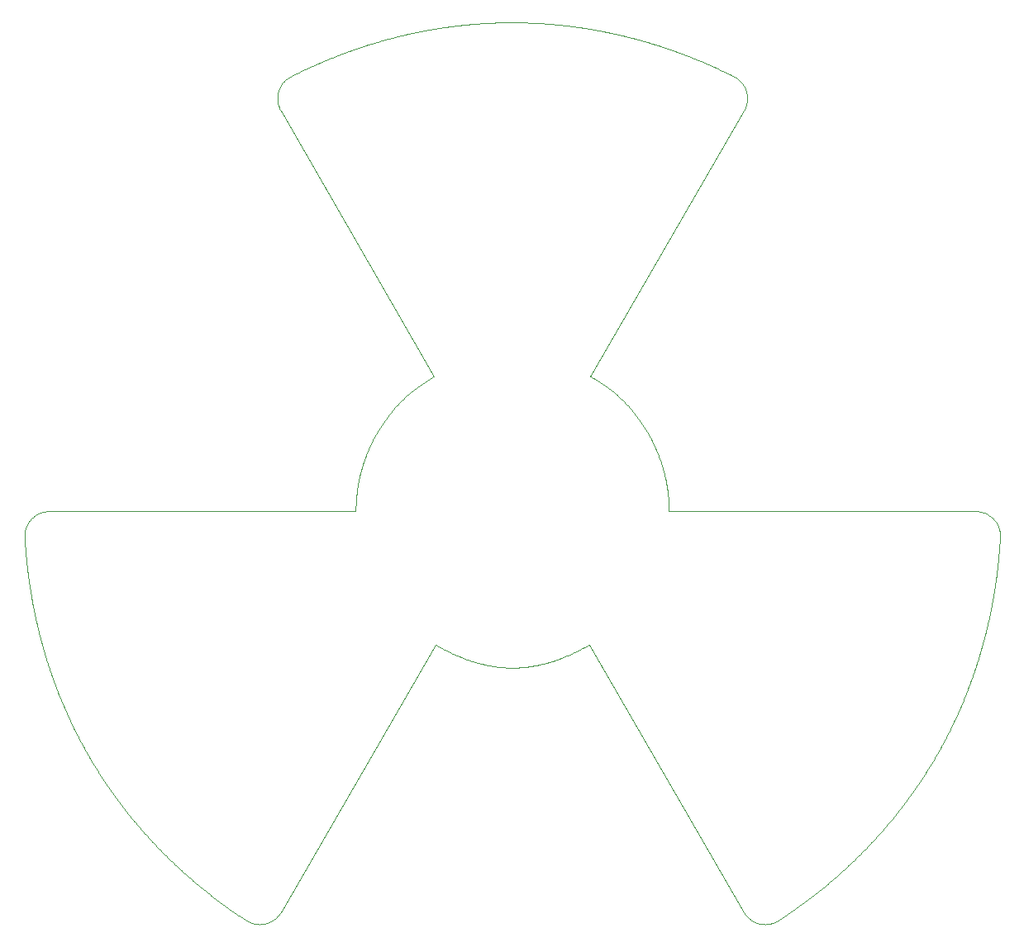
<source format=gko>
G04 #@! TF.GenerationSoftware,KiCad,Pcbnew,(2017-04-19 revision 13b2cb4d1)-makepkg*
G04 #@! TF.CreationDate,2017-04-23T13:50:34-07:00*
G04 #@! TF.ProjectId,fieldmill,6669656C646D696C6C2E6B696361645F,rev?*
G04 #@! TF.FileFunction,Profile,NP*
%FSLAX46Y46*%
G04 Gerber Fmt 4.6, Leading zero omitted, Abs format (unit mm)*
G04 Created by KiCad (PCBNEW (2017-04-19 revision 13b2cb4d1)-makepkg) date 04/23/17 13:50:34*
%MOMM*%
%LPD*%
G01*
G04 APERTURE LIST*
%ADD10C,0.100000*%
%ADD11C,0.028222*%
G04 APERTURE END LIST*
D10*
D11*
X110370126Y-49870764D02*
X110267021Y-49869895D01*
X110267021Y-49869895D02*
X110163862Y-49869222D01*
X110163862Y-49869222D02*
X110060646Y-49868750D01*
X110060646Y-49868750D02*
X109957372Y-49868485D01*
X109957372Y-49868485D02*
X109854039Y-49868430D01*
X109854039Y-49868430D02*
X109750646Y-49868591D01*
X109750646Y-49868591D02*
X109647192Y-49868973D01*
X109647192Y-49868973D02*
X109543674Y-49869581D01*
X109543674Y-49869581D02*
X109440091Y-49870419D01*
X109440091Y-49870419D02*
X109336443Y-49871492D01*
X109336443Y-49871492D02*
X109232728Y-49872805D01*
X109232728Y-49872805D02*
X109128944Y-49874363D01*
X109128944Y-49874363D02*
X109025090Y-49876171D01*
X109025090Y-49876171D02*
X108921164Y-49878233D01*
X108921164Y-49878233D02*
X108817166Y-49880556D01*
X108817166Y-49880556D02*
X108711568Y-49883169D01*
X108711568Y-49883169D02*
X108605987Y-49886019D01*
X108605987Y-49886019D02*
X108500423Y-49889106D01*
X108500423Y-49889106D02*
X108394877Y-49892429D01*
X108394877Y-49892429D02*
X108289350Y-49895988D01*
X108289350Y-49895988D02*
X108183841Y-49899783D01*
X108183841Y-49899783D02*
X108078350Y-49903813D01*
X108078350Y-49903813D02*
X107972879Y-49908078D01*
X107972879Y-49908078D02*
X107867428Y-49912579D01*
X107867428Y-49912579D02*
X107761996Y-49917314D01*
X107761996Y-49917314D02*
X107656586Y-49922284D01*
X107656586Y-49922284D02*
X107551195Y-49927488D01*
X107551195Y-49927488D02*
X107445826Y-49932926D01*
X107445826Y-49932926D02*
X107340479Y-49938598D01*
X107340479Y-49938598D02*
X107235153Y-49944503D01*
X107235153Y-49944503D02*
X107129850Y-49950642D01*
X107129850Y-49950642D02*
X107024569Y-49957014D01*
X107024569Y-49957014D02*
X106919311Y-49963619D01*
X106919311Y-49963619D02*
X106814077Y-49970457D01*
X106814077Y-49970457D02*
X106708867Y-49977527D01*
X106708867Y-49977527D02*
X106603680Y-49984829D01*
X106603680Y-49984829D02*
X106498518Y-49992363D01*
X106498518Y-49992363D02*
X106393381Y-50000129D01*
X106393381Y-50000129D02*
X106288269Y-50008126D01*
X106288269Y-50008126D02*
X106183183Y-50016354D01*
X106183183Y-50016354D02*
X106078123Y-50024813D01*
X106078123Y-50024813D02*
X105973089Y-50033504D01*
X105973089Y-50033504D02*
X105868082Y-50042424D01*
X105868082Y-50042424D02*
X105763102Y-50051575D01*
X105763102Y-50051575D02*
X105658149Y-50060956D01*
X105658149Y-50060956D02*
X105553224Y-50070567D01*
X105553224Y-50070567D02*
X105448328Y-50080407D01*
X105448328Y-50080407D02*
X105343460Y-50090476D01*
X105343460Y-50090476D02*
X105238621Y-50100775D01*
X105238621Y-50100775D02*
X105133811Y-50111302D01*
X105133811Y-50111302D02*
X105029031Y-50122058D01*
X105029031Y-50122058D02*
X104924281Y-50133043D01*
X104924281Y-50133043D02*
X104819562Y-50144255D01*
X104819562Y-50144255D02*
X104714874Y-50155695D01*
X104714874Y-50155695D02*
X104610216Y-50167363D01*
X104610216Y-50167363D02*
X104505590Y-50179259D01*
X104505590Y-50179259D02*
X104400997Y-50191381D01*
X104400997Y-50191381D02*
X104296435Y-50203731D01*
X104296435Y-50203731D02*
X104191906Y-50216307D01*
X104191906Y-50216307D02*
X104087410Y-50229109D01*
X104087410Y-50229109D02*
X103982948Y-50242138D01*
X103982948Y-50242138D02*
X103878519Y-50255393D01*
X103878519Y-50255393D02*
X103774125Y-50268874D01*
X103774125Y-50268874D02*
X103669765Y-50282580D01*
X103669765Y-50282580D02*
X103565440Y-50296511D01*
X103565440Y-50296511D02*
X103461151Y-50310667D01*
X103461151Y-50310667D02*
X103356897Y-50325048D01*
X103356897Y-50325048D02*
X103252679Y-50339654D01*
X103252679Y-50339654D02*
X103148497Y-50354484D01*
X103148497Y-50354484D02*
X103044353Y-50369538D01*
X103044353Y-50369538D02*
X102940245Y-50384816D01*
X102940245Y-50384816D02*
X102836175Y-50400317D01*
X102836175Y-50400317D02*
X102732143Y-50416042D01*
X102732143Y-50416042D02*
X102628149Y-50431990D01*
X102628149Y-50431990D02*
X102524194Y-50448161D01*
X102524194Y-50448161D02*
X102420278Y-50464554D01*
X102420278Y-50464554D02*
X102316401Y-50481170D01*
X102316401Y-50481170D02*
X102212564Y-50498008D01*
X102212564Y-50498008D02*
X102108767Y-50515068D01*
X102108767Y-50515068D02*
X102005011Y-50532349D01*
X102005011Y-50532349D02*
X101901295Y-50549852D01*
X101901295Y-50549852D02*
X101797621Y-50567576D01*
X101797621Y-50567576D02*
X101693988Y-50585522D01*
X101693988Y-50585522D02*
X101590398Y-50603688D01*
X101590398Y-50603688D02*
X101486849Y-50622074D01*
X101486849Y-50622074D02*
X101383344Y-50640681D01*
X101383344Y-50640681D02*
X101279881Y-50659507D01*
X101279881Y-50659507D02*
X101176462Y-50678554D01*
X101176462Y-50678554D02*
X101073087Y-50697820D01*
X101073087Y-50697820D02*
X100969756Y-50717305D01*
X100969756Y-50717305D02*
X100866470Y-50737010D01*
X100866470Y-50737010D02*
X100763229Y-50756933D01*
X100763229Y-50756933D02*
X100660033Y-50777075D01*
X100660033Y-50777075D02*
X100556883Y-50797435D01*
X100556883Y-50797435D02*
X100453779Y-50818013D01*
X100453779Y-50818013D02*
X100350721Y-50838809D01*
X100350721Y-50838809D02*
X100247710Y-50859823D01*
X100247710Y-50859823D02*
X100144747Y-50881054D01*
X100144747Y-50881054D02*
X100041831Y-50902503D01*
X100041831Y-50902503D02*
X99938963Y-50924168D01*
X99938963Y-50924168D02*
X99836143Y-50946050D01*
X99836143Y-50946050D02*
X99733372Y-50968148D01*
X99733372Y-50968148D02*
X99630650Y-50990463D01*
X99630650Y-50990463D02*
X99527977Y-51012994D01*
X99527977Y-51012994D02*
X99425354Y-51035740D01*
X99425354Y-51035740D02*
X99322782Y-51058702D01*
X99322782Y-51058702D02*
X99220260Y-51081879D01*
X99220260Y-51081879D02*
X99117789Y-51105271D01*
X99117789Y-51105271D02*
X99015369Y-51128878D01*
X99015369Y-51128878D02*
X98913001Y-51152699D01*
X98913001Y-51152699D02*
X98810685Y-51176735D01*
X98810685Y-51176735D02*
X98708422Y-51200985D01*
X98708422Y-51200985D02*
X98606211Y-51225449D01*
X98606211Y-51225449D02*
X98504053Y-51250126D01*
X98504053Y-51250126D02*
X98401949Y-51275016D01*
X98401949Y-51275016D02*
X98299899Y-51300120D01*
X98299899Y-51300120D02*
X98197903Y-51325437D01*
X98197903Y-51325437D02*
X98095962Y-51350966D01*
X98095962Y-51350966D02*
X97994075Y-51376707D01*
X97994075Y-51376707D02*
X97892245Y-51402661D01*
X97892245Y-51402661D02*
X97790470Y-51428827D01*
X97790470Y-51428827D02*
X97688751Y-51455204D01*
X97688751Y-51455204D02*
X97587088Y-51481793D01*
X97587088Y-51481793D02*
X97485483Y-51508593D01*
X97485483Y-51508593D02*
X97383935Y-51535604D01*
X97383935Y-51535604D02*
X97282444Y-51562826D01*
X97282444Y-51562826D02*
X97181011Y-51590258D01*
X97181011Y-51590258D02*
X97079637Y-51617901D01*
X97079637Y-51617901D02*
X96978322Y-51645753D01*
X96978322Y-51645753D02*
X96877065Y-51673815D01*
X96877065Y-51673815D02*
X96775869Y-51702087D01*
X96775869Y-51702087D02*
X96674732Y-51730568D01*
X96674732Y-51730568D02*
X96573655Y-51759258D01*
X96573655Y-51759258D02*
X96472639Y-51788157D01*
X96472639Y-51788157D02*
X96371684Y-51817265D01*
X96371684Y-51817265D02*
X96270790Y-51846581D01*
X96270790Y-51846581D02*
X96169958Y-51876105D01*
X96169958Y-51876105D02*
X96069188Y-51905837D01*
X96069188Y-51905837D02*
X95968480Y-51935777D01*
X95968480Y-51935777D02*
X95867836Y-51965924D01*
X95867836Y-51965924D02*
X95767254Y-51996278D01*
X95767254Y-51996278D02*
X95666736Y-52026839D01*
X95666736Y-52026839D02*
X95566283Y-52057607D01*
X95566283Y-52057607D02*
X95465893Y-52088581D01*
X95465893Y-52088581D02*
X95365568Y-52119761D01*
X95365568Y-52119761D02*
X95265309Y-52151148D01*
X95265309Y-52151148D02*
X95165114Y-52182740D01*
X95165114Y-52182740D02*
X95064986Y-52214537D01*
X95064986Y-52214537D02*
X94964924Y-52246540D01*
X94964924Y-52246540D02*
X94864928Y-52278748D01*
X94864928Y-52278748D02*
X94764999Y-52311161D01*
X94764999Y-52311161D02*
X94665138Y-52343778D01*
X94665138Y-52343778D02*
X94565344Y-52376599D01*
X94565344Y-52376599D02*
X94465618Y-52409625D01*
X94465618Y-52409625D02*
X94365961Y-52442854D01*
X94365961Y-52442854D02*
X94266373Y-52476287D01*
X94266373Y-52476287D02*
X94166853Y-52509923D01*
X94166853Y-52509923D02*
X94067404Y-52543763D01*
X94067404Y-52543763D02*
X93968024Y-52577805D01*
X93968024Y-52577805D02*
X93868714Y-52612050D01*
X93868714Y-52612050D02*
X93769476Y-52646498D01*
X93769476Y-52646498D02*
X93670308Y-52681147D01*
X93670308Y-52681147D02*
X93571211Y-52715998D01*
X93571211Y-52715998D02*
X93472187Y-52751052D01*
X93472187Y-52751052D02*
X93373234Y-52786306D01*
X93373234Y-52786306D02*
X93274354Y-52821762D01*
X93274354Y-52821762D02*
X93175547Y-52857419D01*
X93175547Y-52857419D02*
X93076814Y-52893276D01*
X93076814Y-52893276D02*
X92978153Y-52929334D01*
X92978153Y-52929334D02*
X92879567Y-52965592D01*
X92879567Y-52965592D02*
X92781056Y-53002050D01*
X92781056Y-53002050D02*
X92682619Y-53038708D01*
X92682619Y-53038708D02*
X92584257Y-53075566D01*
X92584257Y-53075566D02*
X92485971Y-53112623D01*
X92485971Y-53112623D02*
X92387760Y-53149879D01*
X92387760Y-53149879D02*
X92289626Y-53187334D01*
X92289626Y-53187334D02*
X92191569Y-53224987D01*
X92191569Y-53224987D02*
X92093588Y-53262839D01*
X92093588Y-53262839D02*
X91995685Y-53300888D01*
X91995685Y-53300888D02*
X91897859Y-53339136D01*
X91897859Y-53339136D02*
X91800112Y-53377581D01*
X91800112Y-53377581D02*
X91702443Y-53416224D01*
X91702443Y-53416224D02*
X91604853Y-53455064D01*
X91604853Y-53455064D02*
X91507342Y-53494101D01*
X91507342Y-53494101D02*
X91409911Y-53533334D01*
X91409911Y-53533334D02*
X91312560Y-53572764D01*
X91312560Y-53572764D02*
X91215289Y-53612390D01*
X91215289Y-53612390D02*
X91118099Y-53652212D01*
X91118099Y-53652212D02*
X91020990Y-53692230D01*
X91020990Y-53692230D02*
X90923963Y-53732443D01*
X90923963Y-53732443D02*
X90827017Y-53772852D01*
X90827017Y-53772852D02*
X90730153Y-53813455D01*
X90730153Y-53813455D02*
X90633372Y-53854254D01*
X90633372Y-53854254D02*
X90536674Y-53895247D01*
X90536674Y-53895247D02*
X90440060Y-53936434D01*
X90440060Y-53936434D02*
X90343529Y-53977815D01*
X90343529Y-53977815D02*
X90247082Y-54019390D01*
X90247082Y-54019390D02*
X90150719Y-54061159D01*
X90150719Y-54061159D02*
X90054442Y-54103121D01*
X90054442Y-54103121D02*
X89958249Y-54145276D01*
X89958249Y-54145276D02*
X89862143Y-54187624D01*
X89862143Y-54187624D02*
X89766122Y-54230165D01*
X89766122Y-54230165D02*
X89670187Y-54272898D01*
X89670187Y-54272898D02*
X89574339Y-54315823D01*
X89574339Y-54315823D02*
X89478578Y-54358940D01*
X89478578Y-54358940D02*
X89382904Y-54402249D01*
X89382904Y-54402249D02*
X89287319Y-54445749D01*
X89287319Y-54445749D02*
X89191821Y-54489440D01*
X89191821Y-54489440D02*
X89096412Y-54533323D01*
X89096412Y-54533323D02*
X89001092Y-54577396D01*
X89001092Y-54577396D02*
X88905861Y-54621659D01*
X88905861Y-54621659D02*
X88810720Y-54666113D01*
X88810720Y-54666113D02*
X88715669Y-54710757D01*
X88715669Y-54710757D02*
X88620708Y-54755591D01*
X88620708Y-54755591D02*
X88525838Y-54800614D01*
X88525838Y-54800614D02*
X88431060Y-54845827D01*
X88431060Y-54845827D02*
X88336372Y-54891228D01*
X88336372Y-54891228D02*
X88241777Y-54936819D01*
X88241777Y-54936819D02*
X88147274Y-54982598D01*
X88147274Y-54982598D02*
X88052863Y-55028565D01*
X88052863Y-55028565D02*
X87958546Y-55074720D01*
X87958546Y-55074720D02*
X87864321Y-55121064D01*
X87864321Y-55121064D02*
X87770191Y-55167595D01*
X87770191Y-55167595D02*
X87676155Y-55214313D01*
X87676155Y-55214313D02*
X87582213Y-55261219D01*
X87582213Y-55261219D02*
X87488366Y-55308311D01*
X87488366Y-55308311D02*
X87394615Y-55355590D01*
X87394615Y-55355590D02*
X87300958Y-55403056D01*
X87300958Y-55403056D02*
X87212897Y-55449975D01*
X87212897Y-55449975D02*
X87127487Y-55499852D01*
X87127487Y-55499852D02*
X87044757Y-55552589D01*
X87044757Y-55552589D02*
X86964735Y-55608090D01*
X86964735Y-55608090D02*
X86887452Y-55666256D01*
X86887452Y-55666256D02*
X86812936Y-55726991D01*
X86812936Y-55726991D02*
X86741215Y-55790197D01*
X86741215Y-55790197D02*
X86672320Y-55855778D01*
X86672320Y-55855778D02*
X86606277Y-55923635D01*
X86606277Y-55923635D02*
X86543117Y-55993672D01*
X86543117Y-55993672D02*
X86482869Y-56065791D01*
X86482869Y-56065791D02*
X86425560Y-56139894D01*
X86425560Y-56139894D02*
X86371221Y-56215886D01*
X86371221Y-56215886D02*
X86319880Y-56293667D01*
X86319880Y-56293667D02*
X86271565Y-56373142D01*
X86271565Y-56373142D02*
X86226306Y-56454213D01*
X86226306Y-56454213D02*
X86184133Y-56536782D01*
X86184133Y-56536782D02*
X86145072Y-56620752D01*
X86145072Y-56620752D02*
X86109154Y-56706026D01*
X86109154Y-56706026D02*
X86076408Y-56792507D01*
X86076408Y-56792507D02*
X86046862Y-56880097D01*
X86046862Y-56880097D02*
X86020545Y-56968700D01*
X86020545Y-56968700D02*
X85997486Y-57058217D01*
X85997486Y-57058217D02*
X85977714Y-57148551D01*
X85977714Y-57148551D02*
X85961258Y-57239606D01*
X85961258Y-57239606D02*
X85948146Y-57331284D01*
X85948146Y-57331284D02*
X85938409Y-57423487D01*
X85938409Y-57423487D02*
X85932073Y-57516119D01*
X85932073Y-57516119D02*
X85929170Y-57609082D01*
X85929170Y-57609082D02*
X85929726Y-57702278D01*
X85929726Y-57702278D02*
X85933772Y-57795611D01*
X85933772Y-57795611D02*
X85941336Y-57888984D01*
X85941336Y-57888984D02*
X85952447Y-57982298D01*
X85952447Y-57982298D02*
X85967134Y-58075457D01*
X85967134Y-58075457D02*
X85985426Y-58168364D01*
X85985426Y-58168364D02*
X86007351Y-58260920D01*
X86007351Y-58260920D02*
X86032939Y-58353030D01*
X86032939Y-58353030D02*
X86062219Y-58444595D01*
X86062219Y-58444595D02*
X86095219Y-58535518D01*
X86095219Y-58535518D02*
X86131968Y-58625702D01*
X86131968Y-58625702D02*
X86172495Y-58715050D01*
X86172495Y-58715050D02*
X86216830Y-58803464D01*
X86216830Y-58803464D02*
X86265000Y-58890847D01*
X86265000Y-58890847D02*
X102010000Y-86162598D01*
X102010000Y-86162598D02*
X101919353Y-86214792D01*
X101919353Y-86214792D02*
X101828950Y-86267404D01*
X101828950Y-86267404D02*
X101738801Y-86320442D01*
X101738801Y-86320442D02*
X101648912Y-86373914D01*
X101648912Y-86373914D02*
X101559293Y-86427828D01*
X101559293Y-86427828D02*
X101469952Y-86482192D01*
X101469952Y-86482192D02*
X101380896Y-86537014D01*
X101380896Y-86537014D02*
X101292133Y-86592301D01*
X101292133Y-86592301D02*
X101203673Y-86648063D01*
X101203673Y-86648063D02*
X101115522Y-86704307D01*
X101115522Y-86704307D02*
X101027689Y-86761041D01*
X101027689Y-86761041D02*
X100940182Y-86818274D01*
X100940182Y-86818274D02*
X100853010Y-86876012D01*
X100853010Y-86876012D02*
X100766180Y-86934264D01*
X100766180Y-86934264D02*
X100679701Y-86993039D01*
X100679701Y-86993039D02*
X100593580Y-87052343D01*
X100593580Y-87052343D02*
X100507825Y-87112186D01*
X100507825Y-87112186D02*
X100422446Y-87172575D01*
X100422446Y-87172575D02*
X100337450Y-87233519D01*
X100337450Y-87233519D02*
X100252845Y-87295024D01*
X100252845Y-87295024D02*
X100168639Y-87357100D01*
X100168639Y-87357100D02*
X100084840Y-87419754D01*
X100084840Y-87419754D02*
X100001457Y-87482994D01*
X100001457Y-87482994D02*
X99918497Y-87546829D01*
X99918497Y-87546829D02*
X99835969Y-87611266D01*
X99835969Y-87611266D02*
X99753881Y-87676314D01*
X99753881Y-87676314D02*
X99672241Y-87741979D01*
X99672241Y-87741979D02*
X99591057Y-87808272D01*
X99591057Y-87808272D02*
X99510337Y-87875198D01*
X99510337Y-87875198D02*
X99430089Y-87942767D01*
X99430089Y-87942767D02*
X99350322Y-88010987D01*
X99350322Y-88010987D02*
X99271043Y-88079865D01*
X99271043Y-88079865D02*
X99192261Y-88149409D01*
X99192261Y-88149409D02*
X99113984Y-88219628D01*
X99113984Y-88219628D02*
X99036219Y-88290530D01*
X99036219Y-88290530D02*
X98958976Y-88362122D01*
X98958976Y-88362122D02*
X98882262Y-88434412D01*
X98882262Y-88434412D02*
X98806085Y-88507409D01*
X98806085Y-88507409D02*
X98730453Y-88581121D01*
X98730453Y-88581121D02*
X98655375Y-88655556D01*
X98655375Y-88655556D02*
X98582045Y-88729373D01*
X98582045Y-88729373D02*
X98509235Y-88803641D01*
X98509235Y-88803641D02*
X98436946Y-88878358D01*
X98436946Y-88878358D02*
X98365181Y-88953519D01*
X98365181Y-88953519D02*
X98293939Y-89029121D01*
X98293939Y-89029121D02*
X98223224Y-89105162D01*
X98223224Y-89105162D02*
X98153036Y-89181637D01*
X98153036Y-89181637D02*
X98083377Y-89258543D01*
X98083377Y-89258543D02*
X98014248Y-89335877D01*
X98014248Y-89335877D02*
X97945650Y-89413635D01*
X97945650Y-89413635D02*
X97877584Y-89491815D01*
X97877584Y-89491815D02*
X97810053Y-89570412D01*
X97810053Y-89570412D02*
X97743058Y-89649424D01*
X97743058Y-89649424D02*
X97676599Y-89728847D01*
X97676599Y-89728847D02*
X97610678Y-89808677D01*
X97610678Y-89808677D02*
X97545297Y-89888912D01*
X97545297Y-89888912D02*
X97480458Y-89969548D01*
X97480458Y-89969548D02*
X97416160Y-90050581D01*
X97416160Y-90050581D02*
X97352407Y-90132009D01*
X97352407Y-90132009D02*
X97289198Y-90213827D01*
X97289198Y-90213827D02*
X97226537Y-90296033D01*
X97226537Y-90296033D02*
X97164423Y-90378623D01*
X97164423Y-90378623D02*
X97102858Y-90461594D01*
X97102858Y-90461594D02*
X97041844Y-90544942D01*
X97041844Y-90544942D02*
X96981383Y-90628664D01*
X96981383Y-90628664D02*
X96921474Y-90712757D01*
X96921474Y-90712757D02*
X96862121Y-90797218D01*
X96862121Y-90797218D02*
X96803324Y-90882042D01*
X96803324Y-90882042D02*
X96745084Y-90967227D01*
X96745084Y-90967227D02*
X96687403Y-91052769D01*
X96687403Y-91052769D02*
X96630283Y-91138665D01*
X96630283Y-91138665D02*
X96573725Y-91224911D01*
X96573725Y-91224911D02*
X96517729Y-91311505D01*
X96517729Y-91311505D02*
X96462299Y-91398442D01*
X96462299Y-91398442D02*
X96407434Y-91485720D01*
X96407434Y-91485720D02*
X96353136Y-91573335D01*
X96353136Y-91573335D02*
X96299407Y-91661283D01*
X96299407Y-91661283D02*
X96246248Y-91749562D01*
X96246248Y-91749562D02*
X96193661Y-91838168D01*
X96193661Y-91838168D02*
X96141646Y-91927098D01*
X96141646Y-91927098D02*
X96090206Y-92016347D01*
X96090206Y-92016347D02*
X96039341Y-92105914D01*
X96039341Y-92105914D02*
X95989053Y-92195794D01*
X95989053Y-92195794D02*
X95939343Y-92285985D01*
X95939343Y-92285985D02*
X95890213Y-92376482D01*
X95890213Y-92376482D02*
X95841664Y-92467282D01*
X95841664Y-92467282D02*
X95793698Y-92558383D01*
X95793698Y-92558383D02*
X95746315Y-92649780D01*
X95746315Y-92649780D02*
X95699518Y-92741471D01*
X95699518Y-92741471D02*
X95653308Y-92833452D01*
X95653308Y-92833452D02*
X95607685Y-92925719D01*
X95607685Y-92925719D02*
X95562652Y-93018269D01*
X95562652Y-93018269D02*
X95518209Y-93111100D01*
X95518209Y-93111100D02*
X95474359Y-93204207D01*
X95474359Y-93204207D02*
X95431102Y-93297587D01*
X95431102Y-93297587D02*
X95388440Y-93391237D01*
X95388440Y-93391237D02*
X95346375Y-93485153D01*
X95346375Y-93485153D02*
X95304907Y-93579333D01*
X95304907Y-93579333D02*
X95264038Y-93673772D01*
X95264038Y-93673772D02*
X95223769Y-93768468D01*
X95223769Y-93768468D02*
X95184103Y-93863416D01*
X95184103Y-93863416D02*
X95145039Y-93958615D01*
X95145039Y-93958615D02*
X95106581Y-94054059D01*
X95106581Y-94054059D02*
X95068728Y-94149747D01*
X95068728Y-94149747D02*
X95031482Y-94245674D01*
X95031482Y-94245674D02*
X94994845Y-94341837D01*
X94994845Y-94341837D02*
X94958819Y-94438233D01*
X94958819Y-94438233D02*
X94923403Y-94534858D01*
X94923403Y-94534858D02*
X94888601Y-94631710D01*
X94888601Y-94631710D02*
X94854413Y-94728784D01*
X94854413Y-94728784D02*
X94820841Y-94826078D01*
X94820841Y-94826078D02*
X94787885Y-94923588D01*
X94787885Y-94923588D02*
X94755548Y-95021310D01*
X94755548Y-95021310D02*
X94723831Y-95119242D01*
X94723831Y-95119242D02*
X94692735Y-95217379D01*
X94692735Y-95217379D02*
X94662261Y-95315719D01*
X94662261Y-95315719D02*
X94632411Y-95414259D01*
X94632411Y-95414259D02*
X94603187Y-95512994D01*
X94603187Y-95512994D02*
X94574589Y-95611921D01*
X94574589Y-95611921D02*
X94546620Y-95711038D01*
X94546620Y-95711038D02*
X94519280Y-95810341D01*
X94519280Y-95810341D02*
X94492570Y-95909826D01*
X94492570Y-95909826D02*
X94466493Y-96009489D01*
X94466493Y-96009489D02*
X94441050Y-96109329D01*
X94441050Y-96109329D02*
X94416241Y-96209341D01*
X94416241Y-96209341D02*
X94392069Y-96309522D01*
X94392069Y-96309522D02*
X94368534Y-96409868D01*
X94368534Y-96409868D02*
X94345639Y-96510377D01*
X94345639Y-96510377D02*
X94323384Y-96611044D01*
X94323384Y-96611044D02*
X94301771Y-96711867D01*
X94301771Y-96711867D02*
X94280801Y-96812842D01*
X94280801Y-96812842D02*
X94260476Y-96913966D01*
X94260476Y-96913966D02*
X94240797Y-97015236D01*
X94240797Y-97015236D02*
X94221766Y-97116647D01*
X94221766Y-97116647D02*
X94203383Y-97218197D01*
X94203383Y-97218197D02*
X94185650Y-97319882D01*
X94185650Y-97319882D02*
X94168569Y-97421699D01*
X94168569Y-97421699D02*
X94152141Y-97523645D01*
X94152141Y-97523645D02*
X94136367Y-97625716D01*
X94136367Y-97625716D02*
X94121249Y-97727909D01*
X94121249Y-97727909D02*
X94106787Y-97830221D01*
X94106787Y-97830221D02*
X94092985Y-97932647D01*
X94092985Y-97932647D02*
X94079842Y-98035186D01*
X94079842Y-98035186D02*
X94067360Y-98137832D01*
X94067360Y-98137832D02*
X94055541Y-98240584D01*
X94055541Y-98240584D02*
X94044386Y-98343438D01*
X94044386Y-98343438D02*
X94033896Y-98446390D01*
X94033896Y-98446390D02*
X94024073Y-98549437D01*
X94024073Y-98549437D02*
X94014919Y-98652575D01*
X94014919Y-98652575D02*
X94006433Y-98755802D01*
X94006433Y-98755802D02*
X93998619Y-98859113D01*
X93998619Y-98859113D02*
X93991477Y-98962506D01*
X93991477Y-98962506D02*
X93985008Y-99065977D01*
X93985008Y-99065977D02*
X93979215Y-99169523D01*
X93979215Y-99169523D02*
X93974098Y-99273141D01*
X93974098Y-99273141D02*
X93969658Y-99376826D01*
X93969658Y-99376826D02*
X93965898Y-99480577D01*
X93965898Y-99480577D02*
X93962819Y-99584388D01*
X93962819Y-99584388D02*
X93960421Y-99688258D01*
X93960421Y-99688258D02*
X93958707Y-99792182D01*
X93958707Y-99792182D02*
X93957677Y-99896157D01*
X93957677Y-99896157D02*
X93957334Y-100000181D01*
X93957334Y-100000181D02*
X62539792Y-100000181D01*
X62539792Y-100000181D02*
X62440004Y-100002146D01*
X62440004Y-100002146D02*
X62341241Y-100007952D01*
X62341241Y-100007952D02*
X62243574Y-100017523D01*
X62243574Y-100017523D02*
X62147072Y-100030786D01*
X62147072Y-100030786D02*
X62051805Y-100047668D01*
X62051805Y-100047668D02*
X61957844Y-100068094D01*
X61957844Y-100068094D02*
X61865257Y-100091992D01*
X61865257Y-100091992D02*
X61774116Y-100119286D01*
X61774116Y-100119286D02*
X61684488Y-100149904D01*
X61684488Y-100149904D02*
X61596445Y-100183772D01*
X61596445Y-100183772D02*
X61510057Y-100220815D01*
X61510057Y-100220815D02*
X61425392Y-100260961D01*
X61425392Y-100260961D02*
X61342522Y-100304136D01*
X61342522Y-100304136D02*
X61261515Y-100350265D01*
X61261515Y-100350265D02*
X61182442Y-100399276D01*
X61182442Y-100399276D02*
X61105373Y-100451094D01*
X61105373Y-100451094D02*
X61030377Y-100505645D01*
X61030377Y-100505645D02*
X60957524Y-100562857D01*
X60957524Y-100562857D02*
X60886884Y-100622654D01*
X60886884Y-100622654D02*
X60818527Y-100684964D01*
X60818527Y-100684964D02*
X60752523Y-100749713D01*
X60752523Y-100749713D02*
X60688941Y-100816827D01*
X60688941Y-100816827D02*
X60627852Y-100886232D01*
X60627852Y-100886232D02*
X60569325Y-100957855D01*
X60569325Y-100957855D02*
X60513430Y-101031622D01*
X60513430Y-101031622D02*
X60460238Y-101107459D01*
X60460238Y-101107459D02*
X60409817Y-101185292D01*
X60409817Y-101185292D02*
X60362237Y-101265048D01*
X60362237Y-101265048D02*
X60317570Y-101346653D01*
X60317570Y-101346653D02*
X60275883Y-101430033D01*
X60275883Y-101430033D02*
X60237248Y-101515114D01*
X60237248Y-101515114D02*
X60201734Y-101601824D01*
X60201734Y-101601824D02*
X60169410Y-101690087D01*
X60169410Y-101690087D02*
X60140348Y-101779830D01*
X60140348Y-101779830D02*
X60114616Y-101870981D01*
X60114616Y-101870981D02*
X60092284Y-101963464D01*
X60092284Y-101963464D02*
X60073423Y-102057206D01*
X60073423Y-102057206D02*
X60058102Y-102152134D01*
X60058102Y-102152134D02*
X60046390Y-102248173D01*
X60046390Y-102248173D02*
X60038359Y-102345250D01*
X60038359Y-102345250D02*
X60034077Y-102443292D01*
X60034077Y-102443292D02*
X60033615Y-102542224D01*
X60033615Y-102542224D02*
X60037042Y-102641973D01*
X60037042Y-102641973D02*
X60042757Y-102746461D01*
X60042757Y-102746461D02*
X60048680Y-102850939D01*
X60048680Y-102850939D02*
X60054811Y-102955406D01*
X60054811Y-102955406D02*
X60061150Y-103059861D01*
X60061150Y-103059861D02*
X60067698Y-103164304D01*
X60067698Y-103164304D02*
X60074453Y-103268734D01*
X60074453Y-103268734D02*
X60081416Y-103373151D01*
X60081416Y-103373151D02*
X60088587Y-103477555D01*
X60088587Y-103477555D02*
X60095966Y-103581945D01*
X60095966Y-103581945D02*
X60103554Y-103686321D01*
X60103554Y-103686321D02*
X60111349Y-103790682D01*
X60111349Y-103790682D02*
X60119353Y-103895028D01*
X60119353Y-103895028D02*
X60127564Y-103999358D01*
X60127564Y-103999358D02*
X60135984Y-104103672D01*
X60135984Y-104103672D02*
X60144612Y-104207970D01*
X60144612Y-104207970D02*
X60153448Y-104312251D01*
X60153448Y-104312251D02*
X60162492Y-104416514D01*
X60162492Y-104416514D02*
X60171744Y-104520760D01*
X60171744Y-104520760D02*
X60181205Y-104624987D01*
X60181205Y-104624987D02*
X60190873Y-104729196D01*
X60190873Y-104729196D02*
X60200750Y-104833386D01*
X60200750Y-104833386D02*
X60210835Y-104937556D01*
X60210835Y-104937556D02*
X60221128Y-105041707D01*
X60221128Y-105041707D02*
X60231629Y-105145837D01*
X60231629Y-105145837D02*
X60242339Y-105249946D01*
X60242339Y-105249946D02*
X60253256Y-105354034D01*
X60253256Y-105354034D02*
X60264382Y-105458100D01*
X60264382Y-105458100D02*
X60275716Y-105562144D01*
X60275716Y-105562144D02*
X60287259Y-105666166D01*
X60287259Y-105666166D02*
X60299009Y-105770165D01*
X60299009Y-105770165D02*
X60310968Y-105874140D01*
X60310968Y-105874140D02*
X60323136Y-105978092D01*
X60323136Y-105978092D02*
X60335511Y-106082019D01*
X60335511Y-106082019D02*
X60348095Y-106185921D01*
X60348095Y-106185921D02*
X60360887Y-106289799D01*
X60360887Y-106289799D02*
X60373887Y-106393650D01*
X60373887Y-106393650D02*
X60387096Y-106497476D01*
X60387096Y-106497476D02*
X60400513Y-106601276D01*
X60400513Y-106601276D02*
X60414138Y-106705048D01*
X60414138Y-106705048D02*
X60427972Y-106808793D01*
X60427972Y-106808793D02*
X60442014Y-106912511D01*
X60442014Y-106912511D02*
X60456264Y-107016200D01*
X60456264Y-107016200D02*
X60470723Y-107119861D01*
X60470723Y-107119861D02*
X60485390Y-107223492D01*
X60485390Y-107223492D02*
X60500266Y-107327094D01*
X60500266Y-107327094D02*
X60515350Y-107430667D01*
X60515350Y-107430667D02*
X60530642Y-107534208D01*
X60530642Y-107534208D02*
X60546143Y-107637720D01*
X60546143Y-107637720D02*
X60561852Y-107741200D01*
X60561852Y-107741200D02*
X60577770Y-107844648D01*
X60577770Y-107844648D02*
X60593896Y-107948064D01*
X60593896Y-107948064D02*
X60610230Y-108051448D01*
X60610230Y-108051448D02*
X60626773Y-108154798D01*
X60626773Y-108154798D02*
X60643525Y-108258116D01*
X60643525Y-108258116D02*
X60660485Y-108361399D01*
X60660485Y-108361399D02*
X60677653Y-108464649D01*
X60677653Y-108464649D02*
X60695030Y-108567863D01*
X60695030Y-108567863D02*
X60712616Y-108671043D01*
X60712616Y-108671043D02*
X60730410Y-108774187D01*
X60730410Y-108774187D02*
X60748412Y-108877295D01*
X60748412Y-108877295D02*
X60766623Y-108980367D01*
X60766623Y-108980367D02*
X60785043Y-109083401D01*
X60785043Y-109083401D02*
X60803671Y-109186399D01*
X60803671Y-109186399D02*
X60822508Y-109289359D01*
X60822508Y-109289359D02*
X60841553Y-109392280D01*
X60841553Y-109392280D02*
X60860807Y-109495163D01*
X60860807Y-109495163D02*
X60880270Y-109598007D01*
X60880270Y-109598007D02*
X60899941Y-109700812D01*
X60899941Y-109700812D02*
X60919821Y-109803577D01*
X60919821Y-109803577D02*
X60939909Y-109906301D01*
X60939909Y-109906301D02*
X60960206Y-110008985D01*
X60960206Y-110008985D02*
X60980712Y-110111627D01*
X60980712Y-110111627D02*
X61001426Y-110214228D01*
X61001426Y-110214228D02*
X61022349Y-110316787D01*
X61022349Y-110316787D02*
X61043481Y-110419303D01*
X61043481Y-110419303D02*
X61064821Y-110521777D01*
X61064821Y-110521777D02*
X61086370Y-110624207D01*
X61086370Y-110624207D02*
X61108128Y-110726593D01*
X61108128Y-110726593D02*
X61130094Y-110828935D01*
X61130094Y-110828935D02*
X61152269Y-110931233D01*
X61152269Y-110931233D02*
X61174653Y-111033485D01*
X61174653Y-111033485D02*
X61197246Y-111135692D01*
X61197246Y-111135692D02*
X61220047Y-111237853D01*
X61220047Y-111237853D02*
X61243057Y-111339967D01*
X61243057Y-111339967D02*
X61266276Y-111442035D01*
X61266276Y-111442035D02*
X61289704Y-111544055D01*
X61289704Y-111544055D02*
X61313340Y-111646028D01*
X61313340Y-111646028D02*
X61337186Y-111747953D01*
X61337186Y-111747953D02*
X61361240Y-111849829D01*
X61361240Y-111849829D02*
X61385502Y-111951656D01*
X61385502Y-111951656D02*
X61409974Y-112053433D01*
X61409974Y-112053433D02*
X61434655Y-112155161D01*
X61434655Y-112155161D02*
X61459544Y-112256839D01*
X61459544Y-112256839D02*
X61484642Y-112358466D01*
X61484642Y-112358466D02*
X61509949Y-112460041D01*
X61509949Y-112460041D02*
X61535465Y-112561565D01*
X61535465Y-112561565D02*
X61561190Y-112663037D01*
X61561190Y-112663037D02*
X61587124Y-112764457D01*
X61587124Y-112764457D02*
X61613266Y-112865824D01*
X61613266Y-112865824D02*
X61639618Y-112967137D01*
X61639618Y-112967137D02*
X61666178Y-113068397D01*
X61666178Y-113068397D02*
X61692947Y-113169602D01*
X61692947Y-113169602D02*
X61719926Y-113270753D01*
X61719926Y-113270753D02*
X61747113Y-113371849D01*
X61747113Y-113371849D02*
X61774509Y-113472889D01*
X61774509Y-113472889D02*
X61802114Y-113573873D01*
X61802114Y-113573873D02*
X61829928Y-113674801D01*
X61829928Y-113674801D02*
X61857951Y-113775672D01*
X61857951Y-113775672D02*
X61886183Y-113876486D01*
X61886183Y-113876486D02*
X61914624Y-113977243D01*
X61914624Y-113977243D02*
X61943274Y-114077941D01*
X61943274Y-114077941D02*
X61972133Y-114178581D01*
X61972133Y-114178581D02*
X62001201Y-114279161D01*
X62001201Y-114279161D02*
X62030479Y-114379683D01*
X62030479Y-114379683D02*
X62059965Y-114480144D01*
X62059965Y-114480144D02*
X62089660Y-114580546D01*
X62089660Y-114580546D02*
X62119564Y-114680886D01*
X62119564Y-114680886D02*
X62149678Y-114781166D01*
X62149678Y-114781166D02*
X62180000Y-114881384D01*
X62180000Y-114881384D02*
X62210532Y-114981539D01*
X62210532Y-114981539D02*
X62241272Y-115081633D01*
X62241272Y-115081633D02*
X62272222Y-115181664D01*
X62272222Y-115181664D02*
X62303381Y-115281631D01*
X62303381Y-115281631D02*
X62334749Y-115381534D01*
X62334749Y-115381534D02*
X62366326Y-115481374D01*
X62366326Y-115481374D02*
X62398112Y-115581149D01*
X62398112Y-115581149D02*
X62430108Y-115680858D01*
X62430108Y-115680858D02*
X62462312Y-115780503D01*
X62462312Y-115780503D02*
X62494726Y-115880081D01*
X62494726Y-115880081D02*
X62527349Y-115979593D01*
X62527349Y-115979593D02*
X62560181Y-116079039D01*
X62560181Y-116079039D02*
X62593223Y-116178417D01*
X62593223Y-116178417D02*
X62626473Y-116277727D01*
X62626473Y-116277727D02*
X62659933Y-116376970D01*
X62659933Y-116376970D02*
X62693602Y-116476144D01*
X62693602Y-116476144D02*
X62727480Y-116575249D01*
X62727480Y-116575249D02*
X62761568Y-116674284D01*
X62761568Y-116674284D02*
X62795865Y-116773250D01*
X62795865Y-116773250D02*
X62830371Y-116872146D01*
X62830371Y-116872146D02*
X62865086Y-116970971D01*
X62865086Y-116970971D02*
X62900011Y-117069725D01*
X62900011Y-117069725D02*
X62935145Y-117168407D01*
X62935145Y-117168407D02*
X62970488Y-117267017D01*
X62970488Y-117267017D02*
X63006041Y-117365555D01*
X63006041Y-117365555D02*
X63041802Y-117464021D01*
X63041802Y-117464021D02*
X63077774Y-117562412D01*
X63077774Y-117562412D02*
X63113954Y-117660731D01*
X63113954Y-117660731D02*
X63150344Y-117758975D01*
X63150344Y-117758975D02*
X63186943Y-117857144D01*
X63186943Y-117857144D02*
X63223752Y-117955239D01*
X63223752Y-117955239D02*
X63260770Y-118053258D01*
X63260770Y-118053258D02*
X63297997Y-118151201D01*
X63297997Y-118151201D02*
X63335434Y-118249068D01*
X63335434Y-118249068D02*
X63373080Y-118346858D01*
X63373080Y-118346858D02*
X63410936Y-118444571D01*
X63410936Y-118444571D02*
X63449001Y-118542206D01*
X63449001Y-118542206D02*
X63487276Y-118639763D01*
X63487276Y-118639763D02*
X63525760Y-118737242D01*
X63525760Y-118737242D02*
X63564453Y-118834642D01*
X63564453Y-118834642D02*
X63603356Y-118931963D01*
X63603356Y-118931963D02*
X63642468Y-119029203D01*
X63642468Y-119029203D02*
X63681790Y-119126364D01*
X63681790Y-119126364D02*
X63721321Y-119223444D01*
X63721321Y-119223444D02*
X63761062Y-119320443D01*
X63761062Y-119320443D02*
X63801013Y-119417360D01*
X63801013Y-119417360D02*
X63841172Y-119514196D01*
X63841172Y-119514196D02*
X63881542Y-119610949D01*
X63881542Y-119610949D02*
X63922121Y-119707619D01*
X63922121Y-119707619D02*
X63962909Y-119804206D01*
X63962909Y-119804206D02*
X64003907Y-119900709D01*
X64003907Y-119900709D02*
X64045115Y-119997129D01*
X64045115Y-119997129D02*
X64086532Y-120093463D01*
X64086532Y-120093463D02*
X64128159Y-120189713D01*
X64128159Y-120189713D02*
X64169995Y-120285877D01*
X64169995Y-120285877D02*
X64212041Y-120381956D01*
X64212041Y-120381956D02*
X64254297Y-120477948D01*
X64254297Y-120477948D02*
X64296762Y-120573853D01*
X64296762Y-120573853D02*
X64339437Y-120669672D01*
X64339437Y-120669672D02*
X64382321Y-120765403D01*
X64382321Y-120765403D02*
X64425415Y-120861045D01*
X64425415Y-120861045D02*
X64468719Y-120956600D01*
X64468719Y-120956600D02*
X64512233Y-121052065D01*
X64512233Y-121052065D02*
X64555956Y-121147441D01*
X64555956Y-121147441D02*
X64599889Y-121242728D01*
X64599889Y-121242728D02*
X64644031Y-121337924D01*
X64644031Y-121337924D02*
X64688383Y-121433029D01*
X64688383Y-121433029D02*
X64732945Y-121528044D01*
X64732945Y-121528044D02*
X64777717Y-121622967D01*
X64777717Y-121622967D02*
X64822698Y-121717798D01*
X64822698Y-121717798D02*
X64867890Y-121812537D01*
X64867890Y-121812537D02*
X64913290Y-121907183D01*
X64913290Y-121907183D02*
X64958901Y-122001736D01*
X64958901Y-122001736D02*
X65004722Y-122096195D01*
X65004722Y-122096195D02*
X65050752Y-122190560D01*
X65050752Y-122190560D02*
X65096992Y-122284831D01*
X65096992Y-122284831D02*
X65143442Y-122379006D01*
X65143442Y-122379006D02*
X65190101Y-122473086D01*
X65190101Y-122473086D02*
X65236971Y-122567071D01*
X65236971Y-122567071D02*
X65284050Y-122660959D01*
X65284050Y-122660959D02*
X65331339Y-122754750D01*
X65331339Y-122754750D02*
X65378838Y-122848445D01*
X65378838Y-122848445D02*
X65426547Y-122942042D01*
X65426547Y-122942042D02*
X65474466Y-123035540D01*
X65474466Y-123035540D02*
X65522594Y-123128941D01*
X65522594Y-123128941D02*
X65570933Y-123222242D01*
X65570933Y-123222242D02*
X65619481Y-123315445D01*
X65619481Y-123315445D02*
X65668239Y-123408547D01*
X65668239Y-123408547D02*
X65717207Y-123501550D01*
X65717207Y-123501550D02*
X65766386Y-123594452D01*
X65766386Y-123594452D02*
X65815774Y-123687252D01*
X65815774Y-123687252D02*
X65865371Y-123779952D01*
X65865371Y-123779952D02*
X65915179Y-123872549D01*
X65915179Y-123872549D02*
X65965197Y-123965044D01*
X65965197Y-123965044D02*
X66015425Y-124057437D01*
X66015425Y-124057437D02*
X66065863Y-124149726D01*
X66065863Y-124149726D02*
X66116511Y-124241911D01*
X66116511Y-124241911D02*
X66167369Y-124333993D01*
X66167369Y-124333993D02*
X66218436Y-124425970D01*
X66218436Y-124425970D02*
X66269714Y-124517842D01*
X66269714Y-124517842D02*
X66321202Y-124609609D01*
X66321202Y-124609609D02*
X66372900Y-124701270D01*
X66372900Y-124701270D02*
X66424808Y-124792825D01*
X66424808Y-124792825D02*
X66476926Y-124884273D01*
X66476926Y-124884273D02*
X66529254Y-124975614D01*
X66529254Y-124975614D02*
X66581792Y-125066847D01*
X66581792Y-125066847D02*
X66634534Y-125157963D01*
X66634534Y-125157963D02*
X66687475Y-125248950D01*
X66687475Y-125248950D02*
X66740613Y-125339809D01*
X66740613Y-125339809D02*
X66793949Y-125430540D01*
X66793949Y-125430540D02*
X66847482Y-125521142D01*
X66847482Y-125521142D02*
X66901211Y-125611615D01*
X66901211Y-125611615D02*
X66955137Y-125701959D01*
X66955137Y-125701959D02*
X67009259Y-125792173D01*
X67009259Y-125792173D02*
X67063577Y-125882258D01*
X67063577Y-125882258D02*
X67118090Y-125972213D01*
X67118090Y-125972213D02*
X67172797Y-126062039D01*
X67172797Y-126062039D02*
X67227699Y-126151734D01*
X67227699Y-126151734D02*
X67282795Y-126241299D01*
X67282795Y-126241299D02*
X67338085Y-126330733D01*
X67338085Y-126330733D02*
X67393568Y-126420036D01*
X67393568Y-126420036D02*
X67449243Y-126509209D01*
X67449243Y-126509209D02*
X67505112Y-126598250D01*
X67505112Y-126598250D02*
X67561172Y-126687160D01*
X67561172Y-126687160D02*
X67617424Y-126775938D01*
X67617424Y-126775938D02*
X67673868Y-126864584D01*
X67673868Y-126864584D02*
X67730503Y-126953099D01*
X67730503Y-126953099D02*
X67787328Y-127041481D01*
X67787328Y-127041481D02*
X67844343Y-127129730D01*
X67844343Y-127129730D02*
X67901549Y-127217847D01*
X67901549Y-127217847D02*
X67958943Y-127305831D01*
X67958943Y-127305831D02*
X68016527Y-127393682D01*
X68016527Y-127393682D02*
X68074300Y-127481400D01*
X68074300Y-127481400D02*
X68132261Y-127568984D01*
X68132261Y-127568984D02*
X68190410Y-127656434D01*
X68190410Y-127656434D02*
X68248746Y-127743750D01*
X68248746Y-127743750D02*
X68307270Y-127830933D01*
X68307270Y-127830933D02*
X68365980Y-127917981D01*
X68365980Y-127917981D02*
X68424877Y-128004894D01*
X68424877Y-128004894D02*
X68483960Y-128091672D01*
X68483960Y-128091672D02*
X68543228Y-128178316D01*
X68543228Y-128178316D02*
X68602682Y-128264824D01*
X68602682Y-128264824D02*
X68662321Y-128351197D01*
X68662321Y-128351197D02*
X68722144Y-128437435D01*
X68722144Y-128437435D02*
X68782151Y-128523536D01*
X68782151Y-128523536D02*
X68842342Y-128609502D01*
X68842342Y-128609502D02*
X68902717Y-128695331D01*
X68902717Y-128695331D02*
X68963274Y-128781024D01*
X68963274Y-128781024D02*
X69024014Y-128866580D01*
X69024014Y-128866580D02*
X69084937Y-128951999D01*
X69084937Y-128951999D02*
X69146041Y-129037281D01*
X69146041Y-129037281D02*
X69207326Y-129122426D01*
X69207326Y-129122426D02*
X69268793Y-129207434D01*
X69268793Y-129207434D02*
X69330440Y-129292303D01*
X69330440Y-129292303D02*
X69392268Y-129377035D01*
X69392268Y-129377035D02*
X69454276Y-129461629D01*
X69454276Y-129461629D02*
X69516463Y-129546084D01*
X69516463Y-129546084D02*
X69578829Y-129630401D01*
X69578829Y-129630401D02*
X69641374Y-129714579D01*
X69641374Y-129714579D02*
X69704098Y-129798618D01*
X69704098Y-129798618D02*
X69766999Y-129882517D01*
X69766999Y-129882517D02*
X69830079Y-129966278D01*
X69830079Y-129966278D02*
X69893335Y-130049899D01*
X69893335Y-130049899D02*
X69956768Y-130133380D01*
X69956768Y-130133380D02*
X70020378Y-130216721D01*
X70020378Y-130216721D02*
X70084164Y-130299921D01*
X70084164Y-130299921D02*
X70148126Y-130382982D01*
X70148126Y-130382982D02*
X70212263Y-130465901D01*
X70212263Y-130465901D02*
X70276575Y-130548680D01*
X70276575Y-130548680D02*
X70341062Y-130631318D01*
X70341062Y-130631318D02*
X70405723Y-130713814D01*
X70405723Y-130713814D02*
X70470558Y-130796169D01*
X70470558Y-130796169D02*
X70535566Y-130878383D01*
X70535566Y-130878383D02*
X70600747Y-130960454D01*
X70600747Y-130960454D02*
X70666101Y-131042383D01*
X70666101Y-131042383D02*
X70731628Y-131124170D01*
X70731628Y-131124170D02*
X70797326Y-131205815D01*
X70797326Y-131205815D02*
X70863196Y-131287316D01*
X70863196Y-131287316D02*
X70929237Y-131368675D01*
X70929237Y-131368675D02*
X70995448Y-131449890D01*
X70995448Y-131449890D02*
X71061830Y-131530963D01*
X71061830Y-131530963D02*
X71128383Y-131611891D01*
X71128383Y-131611891D02*
X71195104Y-131692676D01*
X71195104Y-131692676D02*
X71261996Y-131773317D01*
X71261996Y-131773317D02*
X71329055Y-131853813D01*
X71329055Y-131853813D02*
X71396284Y-131934165D01*
X71396284Y-131934165D02*
X71463680Y-132014373D01*
X71463680Y-132014373D02*
X71531245Y-132094435D01*
X71531245Y-132094435D02*
X71598976Y-132174353D01*
X71598976Y-132174353D02*
X71666875Y-132254125D01*
X71666875Y-132254125D02*
X71734940Y-132333752D01*
X71734940Y-132333752D02*
X71803172Y-132413233D01*
X71803172Y-132413233D02*
X71871569Y-132492568D01*
X71871569Y-132492568D02*
X71940132Y-132571758D01*
X71940132Y-132571758D02*
X72008860Y-132650800D01*
X72008860Y-132650800D02*
X72077752Y-132729697D01*
X72077752Y-132729697D02*
X72146809Y-132808446D01*
X72146809Y-132808446D02*
X72216029Y-132887049D01*
X72216029Y-132887049D02*
X72285414Y-132965504D01*
X72285414Y-132965504D02*
X72354961Y-133043813D01*
X72354961Y-133043813D02*
X72424671Y-133121973D01*
X72424671Y-133121973D02*
X72494544Y-133199986D01*
X72494544Y-133199986D02*
X72564578Y-133277851D01*
X72564578Y-133277851D02*
X72634775Y-133355567D01*
X72634775Y-133355567D02*
X72705132Y-133433135D01*
X72705132Y-133433135D02*
X72775651Y-133510555D01*
X72775651Y-133510555D02*
X72846329Y-133587826D01*
X72846329Y-133587826D02*
X72917168Y-133664947D01*
X72917168Y-133664947D02*
X72988167Y-133741920D01*
X72988167Y-133741920D02*
X73059325Y-133818743D01*
X73059325Y-133818743D02*
X73130642Y-133895416D01*
X73130642Y-133895416D02*
X73202118Y-133971939D01*
X73202118Y-133971939D02*
X73273751Y-134048313D01*
X73273751Y-134048313D02*
X73345543Y-134124536D01*
X73345543Y-134124536D02*
X73417492Y-134200608D01*
X73417492Y-134200608D02*
X73489598Y-134276530D01*
X73489598Y-134276530D02*
X73561861Y-134352301D01*
X73561861Y-134352301D02*
X73634280Y-134427921D01*
X73634280Y-134427921D02*
X73706855Y-134503389D01*
X73706855Y-134503389D02*
X73779586Y-134578706D01*
X73779586Y-134578706D02*
X73852471Y-134653871D01*
X73852471Y-134653871D02*
X73925512Y-134728884D01*
X73925512Y-134728884D02*
X73998707Y-134803745D01*
X73998707Y-134803745D02*
X74072056Y-134878454D01*
X74072056Y-134878454D02*
X74145558Y-134953009D01*
X74145558Y-134953009D02*
X74219214Y-135027413D01*
X74219214Y-135027413D02*
X74293023Y-135101663D01*
X74293023Y-135101663D02*
X74366984Y-135175759D01*
X74366984Y-135175759D02*
X74441097Y-135249703D01*
X74441097Y-135249703D02*
X74515362Y-135323493D01*
X74515362Y-135323493D02*
X74589778Y-135397128D01*
X74589778Y-135397128D02*
X74664345Y-135470610D01*
X74664345Y-135470610D02*
X74739063Y-135543938D01*
X74739063Y-135543938D02*
X74813931Y-135617111D01*
X74813931Y-135617111D02*
X74888949Y-135690129D01*
X74888949Y-135690129D02*
X74964116Y-135762992D01*
X74964116Y-135762992D02*
X75039432Y-135835701D01*
X75039432Y-135835701D02*
X75114897Y-135908254D01*
X75114897Y-135908254D02*
X75190511Y-135980651D01*
X75190511Y-135980651D02*
X75266272Y-136052893D01*
X75266272Y-136052893D02*
X75342181Y-136124978D01*
X75342181Y-136124978D02*
X75418236Y-136196908D01*
X75418236Y-136196908D02*
X75494439Y-136268681D01*
X75494439Y-136268681D02*
X75570788Y-136340297D01*
X75570788Y-136340297D02*
X75647283Y-136411757D01*
X75647283Y-136411757D02*
X75723924Y-136483060D01*
X75723924Y-136483060D02*
X75800710Y-136554205D01*
X75800710Y-136554205D02*
X75877640Y-136625193D01*
X75877640Y-136625193D02*
X75954716Y-136696024D01*
X75954716Y-136696024D02*
X76031935Y-136766696D01*
X76031935Y-136766696D02*
X76109298Y-136837211D01*
X76109298Y-136837211D02*
X76186804Y-136907567D01*
X76186804Y-136907567D02*
X76264453Y-136977765D01*
X76264453Y-136977765D02*
X76342245Y-137047804D01*
X76342245Y-137047804D02*
X76420179Y-137117684D01*
X76420179Y-137117684D02*
X76498255Y-137187405D01*
X76498255Y-137187405D02*
X76576473Y-137256967D01*
X76576473Y-137256967D02*
X76654831Y-137326369D01*
X76654831Y-137326369D02*
X76733330Y-137395612D01*
X76733330Y-137395612D02*
X76811969Y-137464694D01*
X76811969Y-137464694D02*
X76890748Y-137533617D01*
X76890748Y-137533617D02*
X76969667Y-137602379D01*
X76969667Y-137602379D02*
X77048725Y-137670980D01*
X77048725Y-137670980D02*
X77127922Y-137739421D01*
X77127922Y-137739421D02*
X77207257Y-137807700D01*
X77207257Y-137807700D02*
X77286730Y-137875819D01*
X77286730Y-137875819D02*
X77366340Y-137943776D01*
X77366340Y-137943776D02*
X77446088Y-138011571D01*
X77446088Y-138011571D02*
X77525973Y-138079205D01*
X77525973Y-138079205D02*
X77605994Y-138146676D01*
X77605994Y-138146676D02*
X77686151Y-138213986D01*
X77686151Y-138213986D02*
X77766444Y-138281132D01*
X77766444Y-138281132D02*
X77846872Y-138348117D01*
X77846872Y-138348117D02*
X77927436Y-138414938D01*
X77927436Y-138414938D02*
X78008133Y-138481596D01*
X78008133Y-138481596D02*
X78088965Y-138548091D01*
X78088965Y-138548091D02*
X78169931Y-138614422D01*
X78169931Y-138614422D02*
X78251030Y-138680590D01*
X78251030Y-138680590D02*
X78332262Y-138746593D01*
X78332262Y-138746593D02*
X78413627Y-138812433D01*
X78413627Y-138812433D02*
X78495125Y-138878108D01*
X78495125Y-138878108D02*
X78576754Y-138943619D01*
X78576754Y-138943619D02*
X78658514Y-139008965D01*
X78658514Y-139008965D02*
X78740406Y-139074145D01*
X78740406Y-139074145D02*
X78822428Y-139139161D01*
X78822428Y-139139161D02*
X78904581Y-139204011D01*
X78904581Y-139204011D02*
X78986864Y-139268696D01*
X78986864Y-139268696D02*
X79069276Y-139333215D01*
X79069276Y-139333215D02*
X79151818Y-139397568D01*
X79151818Y-139397568D02*
X79234489Y-139461754D01*
X79234489Y-139461754D02*
X79317287Y-139525774D01*
X79317287Y-139525774D02*
X79400215Y-139589628D01*
X79400215Y-139589628D02*
X79483269Y-139653314D01*
X79483269Y-139653314D02*
X79566451Y-139716834D01*
X79566451Y-139716834D02*
X79649760Y-139780186D01*
X79649760Y-139780186D02*
X79733196Y-139843371D01*
X79733196Y-139843371D02*
X79816758Y-139906388D01*
X79816758Y-139906388D02*
X79900445Y-139969237D01*
X79900445Y-139969237D02*
X79984258Y-140031918D01*
X79984258Y-140031918D02*
X80068196Y-140094430D01*
X80068196Y-140094430D02*
X80152259Y-140156774D01*
X80152259Y-140156774D02*
X80236445Y-140218950D01*
X80236445Y-140218950D02*
X80320756Y-140280956D01*
X80320756Y-140280956D02*
X80405191Y-140342793D01*
X80405191Y-140342793D02*
X80489748Y-140404461D01*
X80489748Y-140404461D02*
X80574428Y-140465959D01*
X80574428Y-140465959D02*
X80659231Y-140527288D01*
X80659231Y-140527288D02*
X80744155Y-140588446D01*
X80744155Y-140588446D02*
X80829201Y-140649434D01*
X80829201Y-140649434D02*
X80914368Y-140710252D01*
X80914368Y-140710252D02*
X80999657Y-140770899D01*
X80999657Y-140770899D02*
X81085065Y-140831375D01*
X81085065Y-140831375D02*
X81170594Y-140891680D01*
X81170594Y-140891680D02*
X81256242Y-140951814D01*
X81256242Y-140951814D02*
X81342010Y-141011776D01*
X81342010Y-141011776D02*
X81427897Y-141071567D01*
X81427897Y-141071567D02*
X81513902Y-141131186D01*
X81513902Y-141131186D02*
X81600025Y-141190632D01*
X81600025Y-141190632D02*
X81686266Y-141249907D01*
X81686266Y-141249907D02*
X81772625Y-141309009D01*
X81772625Y-141309009D02*
X81859100Y-141367938D01*
X81859100Y-141367938D02*
X81945692Y-141426694D01*
X81945692Y-141426694D02*
X82032401Y-141485277D01*
X82032401Y-141485277D02*
X82119225Y-141543686D01*
X82119225Y-141543686D02*
X82206165Y-141601922D01*
X82206165Y-141601922D02*
X82293220Y-141659984D01*
X82293220Y-141659984D02*
X82380390Y-141717873D01*
X82380390Y-141717873D02*
X82467674Y-141775587D01*
X82467674Y-141775587D02*
X82555072Y-141833126D01*
X82555072Y-141833126D02*
X82642583Y-141890491D01*
X82642583Y-141890491D02*
X82730208Y-141947681D01*
X82730208Y-141947681D02*
X82814927Y-142000577D01*
X82814927Y-142000577D02*
X82900884Y-142049690D01*
X82900884Y-142049690D02*
X82987982Y-142095046D01*
X82987982Y-142095046D02*
X83076121Y-142136667D01*
X83076121Y-142136667D02*
X83165202Y-142174578D01*
X83165202Y-142174578D02*
X83255126Y-142208802D01*
X83255126Y-142208802D02*
X83345795Y-142239362D01*
X83345795Y-142239362D02*
X83437109Y-142266283D01*
X83437109Y-142266283D02*
X83528970Y-142289588D01*
X83528970Y-142289588D02*
X83621278Y-142309301D01*
X83621278Y-142309301D02*
X83713934Y-142325446D01*
X83713934Y-142325446D02*
X83806841Y-142338045D01*
X83806841Y-142338045D02*
X83899897Y-142347124D01*
X83899897Y-142347124D02*
X83993006Y-142352705D01*
X83993006Y-142352705D02*
X84086067Y-142354813D01*
X84086067Y-142354813D02*
X84178982Y-142353470D01*
X84178982Y-142353470D02*
X84271652Y-142348701D01*
X84271652Y-142348701D02*
X84363978Y-142340530D01*
X84363978Y-142340530D02*
X84455861Y-142328980D01*
X84455861Y-142328980D02*
X84547202Y-142314075D01*
X84547202Y-142314075D02*
X84637902Y-142295838D01*
X84637902Y-142295838D02*
X84727862Y-142274293D01*
X84727862Y-142274293D02*
X84816983Y-142249464D01*
X84816983Y-142249464D02*
X84905167Y-142221375D01*
X84905167Y-142221375D02*
X84992313Y-142190049D01*
X84992313Y-142190049D02*
X85078324Y-142155511D01*
X85078324Y-142155511D02*
X85163101Y-142117782D01*
X85163101Y-142117782D02*
X85246544Y-142076889D01*
X85246544Y-142076889D02*
X85328554Y-142032853D01*
X85328554Y-142032853D02*
X85409033Y-141985699D01*
X85409033Y-141985699D02*
X85487881Y-141935450D01*
X85487881Y-141935450D02*
X85565001Y-141882131D01*
X85565001Y-141882131D02*
X85640291Y-141825765D01*
X85640291Y-141825765D02*
X85713655Y-141766375D01*
X85713655Y-141766375D02*
X85784992Y-141703985D01*
X85784992Y-141703985D02*
X85854205Y-141638620D01*
X85854205Y-141638620D02*
X85921193Y-141570302D01*
X85921193Y-141570302D02*
X85985858Y-141499055D01*
X85985858Y-141499055D02*
X86048101Y-141424904D01*
X86048101Y-141424904D02*
X86107823Y-141347871D01*
X86107823Y-141347871D02*
X86164926Y-141267980D01*
X86164926Y-141267980D02*
X86219309Y-141185256D01*
X86219309Y-141185256D02*
X86270875Y-141099722D01*
X86270875Y-141099722D02*
X102107917Y-113669347D01*
X102107917Y-113669347D02*
X102198797Y-113721410D01*
X102198797Y-113721410D02*
X102289890Y-113773079D01*
X102289890Y-113773079D02*
X102381195Y-113824347D01*
X102381195Y-113824347D02*
X102472712Y-113875207D01*
X102472712Y-113875207D02*
X102564440Y-113925653D01*
X102564440Y-113925653D02*
X102656378Y-113975678D01*
X102656378Y-113975678D02*
X102748526Y-114025276D01*
X102748526Y-114025276D02*
X102840883Y-114074439D01*
X102840883Y-114074439D02*
X102933448Y-114123162D01*
X102933448Y-114123162D02*
X103026221Y-114171436D01*
X103026221Y-114171436D02*
X103119202Y-114219257D01*
X103119202Y-114219257D02*
X103212389Y-114266617D01*
X103212389Y-114266617D02*
X103305782Y-114313510D01*
X103305782Y-114313510D02*
X103399381Y-114359928D01*
X103399381Y-114359928D02*
X103493184Y-114405866D01*
X103493184Y-114405866D02*
X103587191Y-114451317D01*
X103587191Y-114451317D02*
X103681402Y-114496273D01*
X103681402Y-114496273D02*
X103775816Y-114540729D01*
X103775816Y-114540729D02*
X103870432Y-114584678D01*
X103870432Y-114584678D02*
X103965250Y-114628113D01*
X103965250Y-114628113D02*
X104060269Y-114671028D01*
X104060269Y-114671028D02*
X104155488Y-114713415D01*
X104155488Y-114713415D02*
X104250907Y-114755268D01*
X104250907Y-114755268D02*
X104346525Y-114796582D01*
X104346525Y-114796582D02*
X104442342Y-114837348D01*
X104442342Y-114837348D02*
X104538357Y-114877560D01*
X104538357Y-114877560D02*
X104634569Y-114917212D01*
X104634569Y-114917212D02*
X104730978Y-114956297D01*
X104730978Y-114956297D02*
X104827583Y-114994809D01*
X104827583Y-114994809D02*
X104924384Y-115032740D01*
X104924384Y-115032740D02*
X105021379Y-115070085D01*
X105021379Y-115070085D02*
X105118569Y-115106836D01*
X105118569Y-115106836D02*
X105215952Y-115142987D01*
X105215952Y-115142987D02*
X105313528Y-115178531D01*
X105313528Y-115178531D02*
X105411297Y-115213461D01*
X105411297Y-115213461D02*
X105509257Y-115247772D01*
X105509257Y-115247772D02*
X105607409Y-115281456D01*
X105607409Y-115281456D02*
X105705751Y-115314506D01*
X105705751Y-115314506D02*
X105804283Y-115346917D01*
X105804283Y-115346917D02*
X105903005Y-115378681D01*
X105903005Y-115378681D02*
X106001915Y-115409792D01*
X106001915Y-115409792D02*
X106101013Y-115440243D01*
X106101013Y-115440243D02*
X106200299Y-115470027D01*
X106200299Y-115470027D02*
X106299771Y-115499139D01*
X106299771Y-115499139D02*
X106399430Y-115527570D01*
X106399430Y-115527570D02*
X106499274Y-115555315D01*
X106499274Y-115555315D02*
X106599303Y-115582367D01*
X106599303Y-115582367D02*
X106699517Y-115608720D01*
X106699517Y-115608720D02*
X106799914Y-115634366D01*
X106799914Y-115634366D02*
X106900495Y-115659299D01*
X106900495Y-115659299D02*
X107001258Y-115683512D01*
X107001258Y-115683512D02*
X107102203Y-115706999D01*
X107102203Y-115706999D02*
X107203329Y-115729754D01*
X107203329Y-115729754D02*
X107304636Y-115751769D01*
X107304636Y-115751769D02*
X107406123Y-115773038D01*
X107406123Y-115773038D02*
X107507789Y-115793553D01*
X107507789Y-115793553D02*
X107609634Y-115813310D01*
X107609634Y-115813310D02*
X107711658Y-115832301D01*
X107711658Y-115832301D02*
X107813859Y-115850518D01*
X107813859Y-115850518D02*
X107916236Y-115867957D01*
X107916236Y-115867957D02*
X108018791Y-115884609D01*
X108018791Y-115884609D02*
X108121520Y-115900469D01*
X108121520Y-115900469D02*
X108224425Y-115915530D01*
X108224425Y-115915530D02*
X108327505Y-115929785D01*
X108327505Y-115929785D02*
X108430758Y-115943227D01*
X108430758Y-115943227D02*
X108534185Y-115955850D01*
X108534185Y-115955850D02*
X108637784Y-115967648D01*
X108637784Y-115967648D02*
X108741555Y-115978612D01*
X108741555Y-115978612D02*
X108845498Y-115988738D01*
X108845498Y-115988738D02*
X108949611Y-115998019D01*
X108949611Y-115998019D02*
X109053894Y-116006446D01*
X109053894Y-116006446D02*
X109158347Y-116014015D01*
X109158347Y-116014015D02*
X109262969Y-116020719D01*
X109262969Y-116020719D02*
X109367759Y-116026550D01*
X109367759Y-116026550D02*
X109472717Y-116031502D01*
X109472717Y-116031502D02*
X109577842Y-116035568D01*
X109577842Y-116035568D02*
X109683134Y-116038743D01*
X109683134Y-116038743D02*
X109788591Y-116041019D01*
X109788591Y-116041019D02*
X109894213Y-116042389D01*
X109894213Y-116042389D02*
X110000000Y-116042847D01*
X110000000Y-116042847D02*
X110105787Y-116042389D01*
X110105787Y-116042389D02*
X110211409Y-116041019D01*
X110211409Y-116041019D02*
X110316866Y-116038743D01*
X110316866Y-116038743D02*
X110422157Y-116035568D01*
X110422157Y-116035568D02*
X110527282Y-116031502D01*
X110527282Y-116031502D02*
X110632240Y-116026549D01*
X110632240Y-116026549D02*
X110737030Y-116020718D01*
X110737030Y-116020718D02*
X110841651Y-116014015D01*
X110841651Y-116014015D02*
X110946104Y-116006446D01*
X110946104Y-116006446D02*
X111050388Y-115998018D01*
X111050388Y-115998018D02*
X111154501Y-115988738D01*
X111154501Y-115988738D02*
X111258443Y-115978611D01*
X111258443Y-115978611D02*
X111362214Y-115967646D01*
X111362214Y-115967646D02*
X111465814Y-115955849D01*
X111465814Y-115955849D02*
X111569240Y-115943226D01*
X111569240Y-115943226D02*
X111672493Y-115929783D01*
X111672493Y-115929783D02*
X111775573Y-115915528D01*
X111775573Y-115915528D02*
X111878478Y-115900467D01*
X111878478Y-115900467D02*
X111981208Y-115884607D01*
X111981208Y-115884607D02*
X112083762Y-115867954D01*
X112083762Y-115867954D02*
X112186140Y-115850516D01*
X112186140Y-115850516D02*
X112288341Y-115832298D01*
X112288341Y-115832298D02*
X112390364Y-115813307D01*
X112390364Y-115813307D02*
X112492209Y-115793550D01*
X112492209Y-115793550D02*
X112593875Y-115773034D01*
X112593875Y-115773034D02*
X112695362Y-115751765D01*
X112695362Y-115751765D02*
X112796669Y-115729750D01*
X112796669Y-115729750D02*
X112897796Y-115706995D01*
X112897796Y-115706995D02*
X112998741Y-115683508D01*
X112998741Y-115683508D02*
X113099504Y-115659294D01*
X113099504Y-115659294D02*
X113200085Y-115634361D01*
X113200085Y-115634361D02*
X113300482Y-115608715D01*
X113300482Y-115608715D02*
X113400696Y-115582362D01*
X113400696Y-115582362D02*
X113500725Y-115555310D01*
X113500725Y-115555310D02*
X113600570Y-115527565D01*
X113600570Y-115527565D02*
X113700229Y-115499133D01*
X113700229Y-115499133D02*
X113799701Y-115470021D01*
X113799701Y-115470021D02*
X113898987Y-115440237D01*
X113898987Y-115440237D02*
X113998085Y-115409786D01*
X113998085Y-115409786D02*
X114096996Y-115378675D01*
X114096996Y-115378675D02*
X114195717Y-115346910D01*
X114195717Y-115346910D02*
X114294249Y-115314500D01*
X114294249Y-115314500D02*
X114392592Y-115281449D01*
X114392592Y-115281449D02*
X114490743Y-115247765D01*
X114490743Y-115247765D02*
X114588704Y-115213454D01*
X114588704Y-115213454D02*
X114686473Y-115178523D01*
X114686473Y-115178523D02*
X114784049Y-115142979D01*
X114784049Y-115142979D02*
X114881433Y-115106828D01*
X114881433Y-115106828D02*
X114978622Y-115070077D01*
X114978622Y-115070077D02*
X115075618Y-115032733D01*
X115075618Y-115032733D02*
X115172419Y-114994801D01*
X115172419Y-114994801D02*
X115269024Y-114956290D01*
X115269024Y-114956290D02*
X115365433Y-114917205D01*
X115365433Y-114917205D02*
X115461645Y-114877553D01*
X115461645Y-114877553D02*
X115557660Y-114837340D01*
X115557660Y-114837340D02*
X115653477Y-114796574D01*
X115653477Y-114796574D02*
X115749095Y-114755261D01*
X115749095Y-114755261D02*
X115844514Y-114713408D01*
X115844514Y-114713408D02*
X115939734Y-114671020D01*
X115939734Y-114671020D02*
X116034753Y-114628106D01*
X116034753Y-114628106D02*
X116129570Y-114584671D01*
X116129570Y-114584671D02*
X116224187Y-114540723D01*
X116224187Y-114540723D02*
X116318600Y-114496267D01*
X116318600Y-114496267D02*
X116412811Y-114451310D01*
X116412811Y-114451310D02*
X116506819Y-114405860D01*
X116506819Y-114405860D02*
X116600622Y-114359922D01*
X116600622Y-114359922D02*
X116694220Y-114313504D01*
X116694220Y-114313504D02*
X116787613Y-114266612D01*
X116787613Y-114266612D02*
X116880800Y-114219252D01*
X116880800Y-114219252D02*
X116973781Y-114171432D01*
X116973781Y-114171432D02*
X117066554Y-114123157D01*
X117066554Y-114123157D02*
X117159119Y-114074435D01*
X117159119Y-114074435D02*
X117251476Y-114025272D01*
X117251476Y-114025272D02*
X117343624Y-113975675D01*
X117343624Y-113975675D02*
X117435562Y-113925651D01*
X117435562Y-113925651D02*
X117527289Y-113875205D01*
X117527289Y-113875205D02*
X117618806Y-113824345D01*
X117618806Y-113824345D02*
X117710111Y-113773078D01*
X117710111Y-113773078D02*
X117801204Y-113721410D01*
X117801204Y-113721410D02*
X117892084Y-113669347D01*
X117892084Y-113669347D02*
X133729126Y-141099722D01*
X133729126Y-141099722D02*
X133780691Y-141185256D01*
X133780691Y-141185256D02*
X133835075Y-141267980D01*
X133835075Y-141267980D02*
X133892177Y-141347871D01*
X133892177Y-141347871D02*
X133951899Y-141424904D01*
X133951899Y-141424904D02*
X134014143Y-141499055D01*
X134014143Y-141499055D02*
X134078808Y-141570302D01*
X134078808Y-141570302D02*
X134145796Y-141638620D01*
X134145796Y-141638620D02*
X134215008Y-141703985D01*
X134215008Y-141703985D02*
X134286345Y-141766375D01*
X134286345Y-141766375D02*
X134359709Y-141825765D01*
X134359709Y-141825765D02*
X134435000Y-141882131D01*
X134435000Y-141882131D02*
X134512119Y-141935450D01*
X134512119Y-141935450D02*
X134590968Y-141985699D01*
X134590968Y-141985699D02*
X134671447Y-142032853D01*
X134671447Y-142032853D02*
X134753457Y-142076889D01*
X134753457Y-142076889D02*
X134836900Y-142117782D01*
X134836900Y-142117782D02*
X134921676Y-142155511D01*
X134921676Y-142155511D02*
X135007687Y-142190049D01*
X135007687Y-142190049D02*
X135094834Y-142221375D01*
X135094834Y-142221375D02*
X135183017Y-142249464D01*
X135183017Y-142249464D02*
X135272139Y-142274293D01*
X135272139Y-142274293D02*
X135362099Y-142295838D01*
X135362099Y-142295838D02*
X135452799Y-142314075D01*
X135452799Y-142314075D02*
X135544140Y-142328980D01*
X135544140Y-142328980D02*
X135636022Y-142340530D01*
X135636022Y-142340530D02*
X135728348Y-142348701D01*
X135728348Y-142348701D02*
X135821018Y-142353470D01*
X135821018Y-142353470D02*
X135913933Y-142354813D01*
X135913933Y-142354813D02*
X136006995Y-142352705D01*
X136006995Y-142352705D02*
X136100103Y-142347124D01*
X136100103Y-142347124D02*
X136193160Y-142338045D01*
X136193160Y-142338045D02*
X136286066Y-142325446D01*
X136286066Y-142325446D02*
X136378723Y-142309301D01*
X136378723Y-142309301D02*
X136471031Y-142289588D01*
X136471031Y-142289588D02*
X136562891Y-142266283D01*
X136562891Y-142266283D02*
X136654205Y-142239362D01*
X136654205Y-142239362D02*
X136744874Y-142208802D01*
X136744874Y-142208802D02*
X136834799Y-142174578D01*
X136834799Y-142174578D02*
X136923880Y-142136667D01*
X136923880Y-142136667D02*
X137012019Y-142095046D01*
X137012019Y-142095046D02*
X137099116Y-142049690D01*
X137099116Y-142049690D02*
X137185074Y-142000577D01*
X137185074Y-142000577D02*
X137269792Y-141947681D01*
X137269792Y-141947681D02*
X137357417Y-141890491D01*
X137357417Y-141890491D02*
X137444929Y-141833126D01*
X137444929Y-141833126D02*
X137532327Y-141775587D01*
X137532327Y-141775587D02*
X137619611Y-141717873D01*
X137619611Y-141717873D02*
X137706780Y-141659984D01*
X137706780Y-141659984D02*
X137793835Y-141601922D01*
X137793835Y-141601922D02*
X137880775Y-141543686D01*
X137880775Y-141543686D02*
X137967599Y-141485277D01*
X137967599Y-141485277D02*
X138054308Y-141426694D01*
X138054308Y-141426694D02*
X138140900Y-141367938D01*
X138140900Y-141367938D02*
X138227376Y-141309009D01*
X138227376Y-141309009D02*
X138313734Y-141249907D01*
X138313734Y-141249907D02*
X138399975Y-141190632D01*
X138399975Y-141190632D02*
X138486098Y-141131186D01*
X138486098Y-141131186D02*
X138572104Y-141071567D01*
X138572104Y-141071567D02*
X138657990Y-141011776D01*
X138657990Y-141011776D02*
X138743758Y-140951814D01*
X138743758Y-140951814D02*
X138829406Y-140891680D01*
X138829406Y-140891680D02*
X138914935Y-140831375D01*
X138914935Y-140831375D02*
X139000344Y-140770899D01*
X139000344Y-140770899D02*
X139085632Y-140710252D01*
X139085632Y-140710252D02*
X139170799Y-140649434D01*
X139170799Y-140649434D02*
X139255845Y-140588446D01*
X139255845Y-140588446D02*
X139340769Y-140527288D01*
X139340769Y-140527288D02*
X139425572Y-140465959D01*
X139425572Y-140465959D02*
X139510252Y-140404461D01*
X139510252Y-140404461D02*
X139594810Y-140342793D01*
X139594810Y-140342793D02*
X139679244Y-140280956D01*
X139679244Y-140280956D02*
X139763555Y-140218950D01*
X139763555Y-140218950D02*
X139847741Y-140156775D01*
X139847741Y-140156775D02*
X139931804Y-140094430D01*
X139931804Y-140094430D02*
X140015742Y-140031918D01*
X140015742Y-140031918D02*
X140099555Y-139969237D01*
X140099555Y-139969237D02*
X140183242Y-139906388D01*
X140183242Y-139906388D02*
X140266804Y-139843371D01*
X140266804Y-139843371D02*
X140350240Y-139780186D01*
X140350240Y-139780186D02*
X140433549Y-139716834D01*
X140433549Y-139716834D02*
X140516731Y-139653314D01*
X140516731Y-139653314D02*
X140599785Y-139589628D01*
X140599785Y-139589628D02*
X140682712Y-139525774D01*
X140682712Y-139525774D02*
X140765511Y-139461754D01*
X140765511Y-139461754D02*
X140848182Y-139397568D01*
X140848182Y-139397568D02*
X140930724Y-139333215D01*
X140930724Y-139333215D02*
X141013136Y-139268696D01*
X141013136Y-139268696D02*
X141095419Y-139204011D01*
X141095419Y-139204011D02*
X141177572Y-139139161D01*
X141177572Y-139139161D02*
X141259594Y-139074146D01*
X141259594Y-139074146D02*
X141341486Y-139008965D01*
X141341486Y-139008965D02*
X141423246Y-138943619D01*
X141423246Y-138943619D02*
X141504875Y-138878108D01*
X141504875Y-138878108D02*
X141586372Y-138812433D01*
X141586372Y-138812433D02*
X141667737Y-138746594D01*
X141667737Y-138746594D02*
X141748970Y-138680590D01*
X141748970Y-138680590D02*
X141830069Y-138614422D01*
X141830069Y-138614422D02*
X141911035Y-138548091D01*
X141911035Y-138548091D02*
X141991867Y-138481596D01*
X141991867Y-138481596D02*
X142072564Y-138414938D01*
X142072564Y-138414938D02*
X142153128Y-138348117D01*
X142153128Y-138348117D02*
X142233556Y-138281133D01*
X142233556Y-138281133D02*
X142313849Y-138213986D01*
X142313849Y-138213986D02*
X142394006Y-138146677D01*
X142394006Y-138146677D02*
X142474027Y-138079205D01*
X142474027Y-138079205D02*
X142553912Y-138011571D01*
X142553912Y-138011571D02*
X142633660Y-137943776D01*
X142633660Y-137943776D02*
X142713270Y-137875819D01*
X142713270Y-137875819D02*
X142792743Y-137807701D01*
X142792743Y-137807701D02*
X142872078Y-137739421D01*
X142872078Y-137739421D02*
X142951275Y-137670980D01*
X142951275Y-137670980D02*
X143030333Y-137602379D01*
X143030333Y-137602379D02*
X143109251Y-137533617D01*
X143109251Y-137533617D02*
X143188031Y-137464695D01*
X143188031Y-137464695D02*
X143266670Y-137395612D01*
X143266670Y-137395612D02*
X143345169Y-137326369D01*
X143345169Y-137326369D02*
X143423527Y-137256967D01*
X143423527Y-137256967D02*
X143501745Y-137187406D01*
X143501745Y-137187406D02*
X143579820Y-137117684D01*
X143579820Y-137117684D02*
X143657755Y-137047804D01*
X143657755Y-137047804D02*
X143735546Y-136977765D01*
X143735546Y-136977765D02*
X143813196Y-136907567D01*
X143813196Y-136907567D02*
X143890702Y-136837211D01*
X143890702Y-136837211D02*
X143968065Y-136766697D01*
X143968065Y-136766697D02*
X144045284Y-136696024D01*
X144045284Y-136696024D02*
X144122360Y-136625194D01*
X144122360Y-136625194D02*
X144199290Y-136554206D01*
X144199290Y-136554206D02*
X144276076Y-136483060D01*
X144276076Y-136483060D02*
X144352717Y-136411757D01*
X144352717Y-136411757D02*
X144429212Y-136340298D01*
X144429212Y-136340298D02*
X144505561Y-136268681D01*
X144505561Y-136268681D02*
X144581763Y-136196908D01*
X144581763Y-136196908D02*
X144657819Y-136124979D01*
X144657819Y-136124979D02*
X144733728Y-136052893D01*
X144733728Y-136052893D02*
X144809489Y-135980651D01*
X144809489Y-135980651D02*
X144885103Y-135908254D01*
X144885103Y-135908254D02*
X144960568Y-135835701D01*
X144960568Y-135835701D02*
X145035884Y-135762993D01*
X145035884Y-135762993D02*
X145111051Y-135690129D01*
X145111051Y-135690129D02*
X145186069Y-135617111D01*
X145186069Y-135617111D02*
X145260937Y-135543938D01*
X145260937Y-135543938D02*
X145335655Y-135470611D01*
X145335655Y-135470611D02*
X145410222Y-135397129D01*
X145410222Y-135397129D02*
X145484638Y-135323493D01*
X145484638Y-135323493D02*
X145558903Y-135249703D01*
X145558903Y-135249703D02*
X145633016Y-135175760D01*
X145633016Y-135175760D02*
X145706978Y-135101663D01*
X145706978Y-135101663D02*
X145780786Y-135027413D01*
X145780786Y-135027413D02*
X145854442Y-134953010D01*
X145854442Y-134953010D02*
X145927944Y-134878454D01*
X145927944Y-134878454D02*
X146001293Y-134803745D01*
X146001293Y-134803745D02*
X146074488Y-134728885D01*
X146074488Y-134728885D02*
X146147529Y-134653871D01*
X146147529Y-134653871D02*
X146220414Y-134578706D01*
X146220414Y-134578706D02*
X146293145Y-134503390D01*
X146293145Y-134503390D02*
X146365720Y-134427921D01*
X146365720Y-134427921D02*
X146438139Y-134352301D01*
X146438139Y-134352301D02*
X146510402Y-134276531D01*
X146510402Y-134276531D02*
X146582508Y-134200609D01*
X146582508Y-134200609D02*
X146654457Y-134124536D01*
X146654457Y-134124536D02*
X146726249Y-134048313D01*
X146726249Y-134048313D02*
X146797883Y-133971940D01*
X146797883Y-133971940D02*
X146869358Y-133895416D01*
X146869358Y-133895416D02*
X146940675Y-133818743D01*
X146940675Y-133818743D02*
X147011833Y-133741920D01*
X147011833Y-133741920D02*
X147082832Y-133664948D01*
X147082832Y-133664948D02*
X147153671Y-133587826D01*
X147153671Y-133587826D02*
X147224350Y-133510555D01*
X147224350Y-133510555D02*
X147294868Y-133433136D01*
X147294868Y-133433136D02*
X147365226Y-133355568D01*
X147365226Y-133355568D02*
X147435422Y-133277851D01*
X147435422Y-133277851D02*
X147505456Y-133199986D01*
X147505456Y-133199986D02*
X147575329Y-133121974D01*
X147575329Y-133121974D02*
X147645039Y-133043813D01*
X147645039Y-133043813D02*
X147714587Y-132965505D01*
X147714587Y-132965505D02*
X147783971Y-132887049D01*
X147783971Y-132887049D02*
X147853192Y-132808447D01*
X147853192Y-132808447D02*
X147922248Y-132729697D01*
X147922248Y-132729697D02*
X147991141Y-132650801D01*
X147991141Y-132650801D02*
X148059869Y-132571758D01*
X148059869Y-132571758D02*
X148128431Y-132492569D01*
X148128431Y-132492569D02*
X148196829Y-132413234D01*
X148196829Y-132413234D02*
X148265060Y-132333752D01*
X148265060Y-132333752D02*
X148333125Y-132254126D01*
X148333125Y-132254126D02*
X148401024Y-132174353D01*
X148401024Y-132174353D02*
X148468756Y-132094436D01*
X148468756Y-132094436D02*
X148536320Y-132014373D01*
X148536320Y-132014373D02*
X148603717Y-131934166D01*
X148603717Y-131934166D02*
X148670945Y-131853814D01*
X148670945Y-131853814D02*
X148738005Y-131773317D01*
X148738005Y-131773317D02*
X148804896Y-131692676D01*
X148804896Y-131692676D02*
X148871618Y-131611892D01*
X148871618Y-131611892D02*
X148938170Y-131530963D01*
X148938170Y-131530963D02*
X149004552Y-131449891D01*
X149004552Y-131449891D02*
X149070764Y-131368675D01*
X149070764Y-131368675D02*
X149136805Y-131287317D01*
X149136805Y-131287317D02*
X149202675Y-131205815D01*
X149202675Y-131205815D02*
X149268373Y-131124171D01*
X149268373Y-131124171D02*
X149333899Y-131042384D01*
X149333899Y-131042384D02*
X149399253Y-130960454D01*
X149399253Y-130960454D02*
X149464434Y-130878383D01*
X149464434Y-130878383D02*
X149529443Y-130796170D01*
X149529443Y-130796170D02*
X149594277Y-130713815D01*
X149594277Y-130713815D02*
X149658938Y-130631318D01*
X149658938Y-130631318D02*
X149723425Y-130548681D01*
X149723425Y-130548681D02*
X149787737Y-130465902D01*
X149787737Y-130465902D02*
X149851874Y-130382982D01*
X149851874Y-130382982D02*
X149915836Y-130299922D01*
X149915836Y-130299922D02*
X149979622Y-130216721D01*
X149979622Y-130216721D02*
X150043232Y-130133380D01*
X150043232Y-130133380D02*
X150106665Y-130049899D01*
X150106665Y-130049899D02*
X150169922Y-129966278D01*
X150169922Y-129966278D02*
X150233001Y-129882518D01*
X150233001Y-129882518D02*
X150295903Y-129798618D01*
X150295903Y-129798618D02*
X150358626Y-129714579D01*
X150358626Y-129714579D02*
X150421172Y-129630401D01*
X150421172Y-129630401D02*
X150483538Y-129546084D01*
X150483538Y-129546084D02*
X150545725Y-129461629D01*
X150545725Y-129461629D02*
X150607733Y-129377036D01*
X150607733Y-129377036D02*
X150669560Y-129292304D01*
X150669560Y-129292304D02*
X150731208Y-129207434D01*
X150731208Y-129207434D02*
X150792674Y-129122427D01*
X150792674Y-129122427D02*
X150853960Y-129037282D01*
X150853960Y-129037282D02*
X150915064Y-128952000D01*
X150915064Y-128952000D02*
X150975986Y-128866580D01*
X150975986Y-128866580D02*
X151036726Y-128781024D01*
X151036726Y-128781024D02*
X151097284Y-128695331D01*
X151097284Y-128695331D02*
X151157658Y-128609502D01*
X151157658Y-128609502D02*
X151217849Y-128523537D01*
X151217849Y-128523537D02*
X151277857Y-128437435D01*
X151277857Y-128437435D02*
X151337680Y-128351198D01*
X151337680Y-128351198D02*
X151397319Y-128264825D01*
X151397319Y-128264825D02*
X151456772Y-128178316D01*
X151456772Y-128178316D02*
X151516041Y-128091673D01*
X151516041Y-128091673D02*
X151575124Y-128004894D01*
X151575124Y-128004894D02*
X151634020Y-127917981D01*
X151634020Y-127917981D02*
X151692731Y-127830933D01*
X151692731Y-127830933D02*
X151751254Y-127743751D01*
X151751254Y-127743751D02*
X151809591Y-127656434D01*
X151809591Y-127656434D02*
X151867740Y-127568984D01*
X151867740Y-127568984D02*
X151925701Y-127481400D01*
X151925701Y-127481400D02*
X151983473Y-127393682D01*
X151983473Y-127393682D02*
X152041057Y-127305831D01*
X152041057Y-127305831D02*
X152098452Y-127217847D01*
X152098452Y-127217847D02*
X152155657Y-127129730D01*
X152155657Y-127129730D02*
X152212673Y-127041481D01*
X152212673Y-127041481D02*
X152269498Y-126953099D01*
X152269498Y-126953099D02*
X152326132Y-126864585D01*
X152326132Y-126864585D02*
X152382576Y-126775938D01*
X152382576Y-126775938D02*
X152438828Y-126687160D01*
X152438828Y-126687160D02*
X152494889Y-126598250D01*
X152494889Y-126598250D02*
X152550757Y-126509209D01*
X152550757Y-126509209D02*
X152606433Y-126420037D01*
X152606433Y-126420037D02*
X152661916Y-126330733D01*
X152661916Y-126330733D02*
X152717205Y-126241299D01*
X152717205Y-126241299D02*
X152772301Y-126151734D01*
X152772301Y-126151734D02*
X152827203Y-126062039D01*
X152827203Y-126062039D02*
X152881911Y-125972214D01*
X152881911Y-125972214D02*
X152936423Y-125882258D01*
X152936423Y-125882258D02*
X152990741Y-125792173D01*
X152990741Y-125792173D02*
X153044863Y-125701959D01*
X153044863Y-125701959D02*
X153098789Y-125611615D01*
X153098789Y-125611615D02*
X153152518Y-125521142D01*
X153152518Y-125521142D02*
X153206051Y-125430540D01*
X153206051Y-125430540D02*
X153259387Y-125339809D01*
X153259387Y-125339809D02*
X153312526Y-125248950D01*
X153312526Y-125248950D02*
X153365466Y-125157963D01*
X153365466Y-125157963D02*
X153418208Y-125066847D01*
X153418208Y-125066847D02*
X153470746Y-124975614D01*
X153470746Y-124975614D02*
X153523074Y-124884273D01*
X153523074Y-124884273D02*
X153575192Y-124792825D01*
X153575192Y-124792825D02*
X153627100Y-124701270D01*
X153627100Y-124701270D02*
X153678798Y-124609609D01*
X153678798Y-124609609D02*
X153730286Y-124517842D01*
X153730286Y-124517842D02*
X153781564Y-124425970D01*
X153781564Y-124425970D02*
X153832632Y-124333993D01*
X153832632Y-124333993D02*
X153883490Y-124241911D01*
X153883490Y-124241911D02*
X153934138Y-124149726D01*
X153934138Y-124149726D02*
X153984575Y-124057437D01*
X153984575Y-124057437D02*
X154034803Y-123965044D01*
X154034803Y-123965044D02*
X154084821Y-123872549D01*
X154084821Y-123872549D02*
X154134629Y-123779952D01*
X154134629Y-123779952D02*
X154184227Y-123687252D01*
X154184227Y-123687252D02*
X154233615Y-123594452D01*
X154233615Y-123594452D02*
X154282793Y-123501550D01*
X154282793Y-123501550D02*
X154331761Y-123408547D01*
X154331761Y-123408547D02*
X154380520Y-123315445D01*
X154380520Y-123315445D02*
X154429068Y-123222242D01*
X154429068Y-123222242D02*
X154477407Y-123128941D01*
X154477407Y-123128941D02*
X154525535Y-123035540D01*
X154525535Y-123035540D02*
X154573454Y-122942042D01*
X154573454Y-122942042D02*
X154621163Y-122848445D01*
X154621163Y-122848445D02*
X154668662Y-122754750D01*
X154668662Y-122754750D02*
X154715951Y-122660959D01*
X154715951Y-122660959D02*
X154763030Y-122567071D01*
X154763030Y-122567071D02*
X154809900Y-122473086D01*
X154809900Y-122473086D02*
X154856559Y-122379006D01*
X154856559Y-122379006D02*
X154903009Y-122284831D01*
X154903009Y-122284831D02*
X154949249Y-122190560D01*
X154949249Y-122190560D02*
X154995279Y-122096195D01*
X154995279Y-122096195D02*
X155041100Y-122001736D01*
X155041100Y-122001736D02*
X155086711Y-121907183D01*
X155086711Y-121907183D02*
X155132111Y-121812537D01*
X155132111Y-121812537D02*
X155177303Y-121717798D01*
X155177303Y-121717798D02*
X155222284Y-121622967D01*
X155222284Y-121622967D02*
X155267056Y-121528044D01*
X155267056Y-121528044D02*
X155311618Y-121433029D01*
X155311618Y-121433029D02*
X155355970Y-121337924D01*
X155355970Y-121337924D02*
X155400113Y-121242728D01*
X155400113Y-121242728D02*
X155444045Y-121147441D01*
X155444045Y-121147441D02*
X155487769Y-121052065D01*
X155487769Y-121052065D02*
X155531282Y-120956600D01*
X155531282Y-120956600D02*
X155574586Y-120861045D01*
X155574586Y-120861045D02*
X155617680Y-120765403D01*
X155617680Y-120765403D02*
X155660564Y-120669672D01*
X155660564Y-120669672D02*
X155703239Y-120573853D01*
X155703239Y-120573853D02*
X155745705Y-120477948D01*
X155745705Y-120477948D02*
X155787960Y-120381956D01*
X155787960Y-120381956D02*
X155830006Y-120285877D01*
X155830006Y-120285877D02*
X155871842Y-120189713D01*
X155871842Y-120189713D02*
X155913469Y-120093463D01*
X155913469Y-120093463D02*
X155954886Y-119997129D01*
X155954886Y-119997129D02*
X155996094Y-119900709D01*
X155996094Y-119900709D02*
X156037092Y-119804206D01*
X156037092Y-119804206D02*
X156077881Y-119707619D01*
X156077881Y-119707619D02*
X156118459Y-119610949D01*
X156118459Y-119610949D02*
X156158829Y-119514196D01*
X156158829Y-119514196D02*
X156198989Y-119417360D01*
X156198989Y-119417360D02*
X156238939Y-119320443D01*
X156238939Y-119320443D02*
X156278680Y-119223444D01*
X156278680Y-119223444D02*
X156318211Y-119126364D01*
X156318211Y-119126364D02*
X156357533Y-119029203D01*
X156357533Y-119029203D02*
X156396645Y-118931963D01*
X156396645Y-118931963D02*
X156435548Y-118834642D01*
X156435548Y-118834642D02*
X156474242Y-118737242D01*
X156474242Y-118737242D02*
X156512726Y-118639763D01*
X156512726Y-118639763D02*
X156551000Y-118542206D01*
X156551000Y-118542206D02*
X156589065Y-118444571D01*
X156589065Y-118444571D02*
X156626921Y-118346858D01*
X156626921Y-118346858D02*
X156664567Y-118249068D01*
X156664567Y-118249068D02*
X156702004Y-118151201D01*
X156702004Y-118151201D02*
X156739231Y-118053258D01*
X156739231Y-118053258D02*
X156776249Y-117955239D01*
X156776249Y-117955239D02*
X156813058Y-117857144D01*
X156813058Y-117857144D02*
X156849657Y-117758975D01*
X156849657Y-117758975D02*
X156886047Y-117660731D01*
X156886047Y-117660731D02*
X156922228Y-117562412D01*
X156922228Y-117562412D02*
X156958199Y-117464021D01*
X156958199Y-117464021D02*
X156993961Y-117365555D01*
X156993961Y-117365555D02*
X157029513Y-117267017D01*
X157029513Y-117267017D02*
X157064857Y-117168407D01*
X157064857Y-117168407D02*
X157099991Y-117069725D01*
X157099991Y-117069725D02*
X157134915Y-116970971D01*
X157134915Y-116970971D02*
X157169630Y-116872146D01*
X157169630Y-116872146D02*
X157204137Y-116773250D01*
X157204137Y-116773250D02*
X157238433Y-116674284D01*
X157238433Y-116674284D02*
X157272521Y-116575249D01*
X157272521Y-116575249D02*
X157306399Y-116476144D01*
X157306399Y-116476144D02*
X157340068Y-116376970D01*
X157340068Y-116376970D02*
X157373528Y-116277727D01*
X157373528Y-116277727D02*
X157406779Y-116178417D01*
X157406779Y-116178417D02*
X157439820Y-116079039D01*
X157439820Y-116079039D02*
X157472652Y-115979593D01*
X157472652Y-115979593D02*
X157505275Y-115880081D01*
X157505275Y-115880081D02*
X157537689Y-115780503D01*
X157537689Y-115780503D02*
X157569894Y-115680858D01*
X157569894Y-115680858D02*
X157601889Y-115581149D01*
X157601889Y-115581149D02*
X157633675Y-115481374D01*
X157633675Y-115481374D02*
X157665252Y-115381534D01*
X157665252Y-115381534D02*
X157696620Y-115281631D01*
X157696620Y-115281631D02*
X157727779Y-115181664D01*
X157727779Y-115181664D02*
X157758729Y-115081633D01*
X157758729Y-115081633D02*
X157789470Y-114981539D01*
X157789470Y-114981539D02*
X157820001Y-114881384D01*
X157820001Y-114881384D02*
X157850324Y-114781166D01*
X157850324Y-114781166D02*
X157880437Y-114680886D01*
X157880437Y-114680886D02*
X157910341Y-114580546D01*
X157910341Y-114580546D02*
X157940037Y-114480144D01*
X157940037Y-114480144D02*
X157969523Y-114379683D01*
X157969523Y-114379683D02*
X157998800Y-114279161D01*
X157998800Y-114279161D02*
X158027868Y-114178581D01*
X158027868Y-114178581D02*
X158056727Y-114077941D01*
X158056727Y-114077941D02*
X158085377Y-113977243D01*
X158085377Y-113977243D02*
X158113818Y-113876486D01*
X158113818Y-113876486D02*
X158142050Y-113775672D01*
X158142050Y-113775672D02*
X158170073Y-113674801D01*
X158170073Y-113674801D02*
X158197887Y-113573873D01*
X158197887Y-113573873D02*
X158225492Y-113472889D01*
X158225492Y-113472889D02*
X158252888Y-113371849D01*
X158252888Y-113371849D02*
X158280076Y-113270753D01*
X158280076Y-113270753D02*
X158307054Y-113169602D01*
X158307054Y-113169602D02*
X158333823Y-113068397D01*
X158333823Y-113068397D02*
X158360384Y-112967137D01*
X158360384Y-112967137D02*
X158386735Y-112865824D01*
X158386735Y-112865824D02*
X158412878Y-112764457D01*
X158412878Y-112764457D02*
X158438811Y-112663037D01*
X158438811Y-112663037D02*
X158464536Y-112561565D01*
X158464536Y-112561565D02*
X158490052Y-112460041D01*
X158490052Y-112460041D02*
X158515359Y-112358466D01*
X158515359Y-112358466D02*
X158540457Y-112256839D01*
X158540457Y-112256839D02*
X158565347Y-112155161D01*
X158565347Y-112155161D02*
X158590027Y-112053433D01*
X158590027Y-112053433D02*
X158614499Y-111951656D01*
X158614499Y-111951656D02*
X158638762Y-111849829D01*
X158638762Y-111849829D02*
X158662816Y-111747953D01*
X158662816Y-111747953D02*
X158686661Y-111646028D01*
X158686661Y-111646028D02*
X158710297Y-111544055D01*
X158710297Y-111544055D02*
X158733725Y-111442035D01*
X158733725Y-111442035D02*
X158756944Y-111339967D01*
X158756944Y-111339967D02*
X158779954Y-111237853D01*
X158779954Y-111237853D02*
X158802755Y-111135692D01*
X158802755Y-111135692D02*
X158825348Y-111033485D01*
X158825348Y-111033485D02*
X158847732Y-110931233D01*
X158847732Y-110931233D02*
X158869907Y-110828935D01*
X158869907Y-110828935D02*
X158891873Y-110726593D01*
X158891873Y-110726593D02*
X158913631Y-110624207D01*
X158913631Y-110624207D02*
X158935180Y-110521777D01*
X158935180Y-110521777D02*
X158956520Y-110419303D01*
X158956520Y-110419303D02*
X158977652Y-110316787D01*
X158977652Y-110316787D02*
X158998575Y-110214228D01*
X158998575Y-110214228D02*
X159019289Y-110111627D01*
X159019289Y-110111627D02*
X159039795Y-110008985D01*
X159039795Y-110008985D02*
X159060092Y-109906301D01*
X159060092Y-109906301D02*
X159080180Y-109803577D01*
X159080180Y-109803577D02*
X159100060Y-109700812D01*
X159100060Y-109700812D02*
X159119731Y-109598007D01*
X159119731Y-109598007D02*
X159139194Y-109495163D01*
X159139194Y-109495163D02*
X159158448Y-109392280D01*
X159158448Y-109392280D02*
X159177493Y-109289359D01*
X159177493Y-109289359D02*
X159196330Y-109186399D01*
X159196330Y-109186399D02*
X159214958Y-109083401D01*
X159214958Y-109083401D02*
X159233377Y-108980367D01*
X159233377Y-108980367D02*
X159251589Y-108877295D01*
X159251589Y-108877295D02*
X159269591Y-108774187D01*
X159269591Y-108774187D02*
X159287385Y-108671043D01*
X159287385Y-108671043D02*
X159304971Y-108567863D01*
X159304971Y-108567863D02*
X159322348Y-108464649D01*
X159322348Y-108464649D02*
X159339516Y-108361399D01*
X159339516Y-108361399D02*
X159356476Y-108258116D01*
X159356476Y-108258116D02*
X159373227Y-108154798D01*
X159373227Y-108154798D02*
X159389771Y-108051448D01*
X159389771Y-108051448D02*
X159406105Y-107948064D01*
X159406105Y-107948064D02*
X159422231Y-107844648D01*
X159422231Y-107844648D02*
X159438149Y-107741200D01*
X159438149Y-107741200D02*
X159453858Y-107637720D01*
X159453858Y-107637720D02*
X159469359Y-107534208D01*
X159469359Y-107534208D02*
X159484651Y-107430667D01*
X159484651Y-107430667D02*
X159499735Y-107327094D01*
X159499735Y-107327094D02*
X159514611Y-107223492D01*
X159514611Y-107223492D02*
X159529278Y-107119861D01*
X159529278Y-107119861D02*
X159543736Y-107016200D01*
X159543736Y-107016200D02*
X159557987Y-106912511D01*
X159557987Y-106912511D02*
X159572029Y-106808793D01*
X159572029Y-106808793D02*
X159585863Y-106705048D01*
X159585863Y-106705048D02*
X159599488Y-106601276D01*
X159599488Y-106601276D02*
X159612905Y-106497476D01*
X159612905Y-106497476D02*
X159626114Y-106393650D01*
X159626114Y-106393650D02*
X159639114Y-106289799D01*
X159639114Y-106289799D02*
X159651906Y-106185921D01*
X159651906Y-106185921D02*
X159664490Y-106082019D01*
X159664490Y-106082019D02*
X159676865Y-105978092D01*
X159676865Y-105978092D02*
X159689032Y-105874140D01*
X159689032Y-105874140D02*
X159700991Y-105770165D01*
X159700991Y-105770165D02*
X159712742Y-105666166D01*
X159712742Y-105666166D02*
X159724284Y-105562144D01*
X159724284Y-105562144D02*
X159735618Y-105458100D01*
X159735618Y-105458100D02*
X159746744Y-105354034D01*
X159746744Y-105354034D02*
X159757662Y-105249946D01*
X159757662Y-105249946D02*
X159768371Y-105145837D01*
X159768371Y-105145837D02*
X159778873Y-105041707D01*
X159778873Y-105041707D02*
X159789166Y-104937556D01*
X159789166Y-104937556D02*
X159799251Y-104833386D01*
X159799251Y-104833386D02*
X159809127Y-104729196D01*
X159809127Y-104729196D02*
X159818796Y-104624987D01*
X159818796Y-104624987D02*
X159828256Y-104520760D01*
X159828256Y-104520760D02*
X159837508Y-104416514D01*
X159837508Y-104416514D02*
X159846553Y-104312251D01*
X159846553Y-104312251D02*
X159855388Y-104207970D01*
X159855388Y-104207970D02*
X159864016Y-104103672D01*
X159864016Y-104103672D02*
X159872436Y-103999358D01*
X159872436Y-103999358D02*
X159880648Y-103895028D01*
X159880648Y-103895028D02*
X159888651Y-103790682D01*
X159888651Y-103790682D02*
X159896447Y-103686321D01*
X159896447Y-103686321D02*
X159904034Y-103581945D01*
X159904034Y-103581945D02*
X159911413Y-103477555D01*
X159911413Y-103477555D02*
X159918585Y-103373151D01*
X159918585Y-103373151D02*
X159925548Y-103268734D01*
X159925548Y-103268734D02*
X159932303Y-103164304D01*
X159932303Y-103164304D02*
X159938850Y-103059861D01*
X159938850Y-103059861D02*
X159945189Y-102955406D01*
X159945189Y-102955406D02*
X159951320Y-102850939D01*
X159951320Y-102850939D02*
X159957243Y-102746461D01*
X159957243Y-102746461D02*
X159962958Y-102641973D01*
X159962958Y-102641973D02*
X159966386Y-102542224D01*
X159966386Y-102542224D02*
X159965923Y-102443292D01*
X159965923Y-102443292D02*
X159961642Y-102345250D01*
X159961642Y-102345250D02*
X159953610Y-102248173D01*
X159953610Y-102248173D02*
X159941899Y-102152133D01*
X159941899Y-102152133D02*
X159926578Y-102057206D01*
X159926578Y-102057206D02*
X159907716Y-101963463D01*
X159907716Y-101963463D02*
X159885385Y-101870980D01*
X159885385Y-101870980D02*
X159859653Y-101779830D01*
X159859653Y-101779830D02*
X159830590Y-101690086D01*
X159830590Y-101690086D02*
X159798267Y-101601823D01*
X159798267Y-101601823D02*
X159762753Y-101515114D01*
X159762753Y-101515114D02*
X159724117Y-101430032D01*
X159724117Y-101430032D02*
X159682431Y-101346652D01*
X159682431Y-101346652D02*
X159637763Y-101265047D01*
X159637763Y-101265047D02*
X159590184Y-101185292D01*
X159590184Y-101185292D02*
X159539763Y-101107458D01*
X159539763Y-101107458D02*
X159486570Y-101031622D01*
X159486570Y-101031622D02*
X159430675Y-100957855D01*
X159430675Y-100957855D02*
X159372148Y-100886232D01*
X159372148Y-100886232D02*
X159311059Y-100816827D01*
X159311059Y-100816827D02*
X159247477Y-100749713D01*
X159247477Y-100749713D02*
X159181473Y-100684964D01*
X159181473Y-100684964D02*
X159113116Y-100622654D01*
X159113116Y-100622654D02*
X159042476Y-100562856D01*
X159042476Y-100562856D02*
X158969624Y-100505645D01*
X158969624Y-100505645D02*
X158894627Y-100451093D01*
X158894627Y-100451093D02*
X158817558Y-100399275D01*
X158817558Y-100399275D02*
X158738485Y-100350265D01*
X158738485Y-100350265D02*
X158657478Y-100304136D01*
X158657478Y-100304136D02*
X158574608Y-100260961D01*
X158574608Y-100260961D02*
X158489944Y-100220815D01*
X158489944Y-100220815D02*
X158403555Y-100183772D01*
X158403555Y-100183772D02*
X158315512Y-100149904D01*
X158315512Y-100149904D02*
X158225885Y-100119286D01*
X158225885Y-100119286D02*
X158134743Y-100091992D01*
X158134743Y-100091992D02*
X158042156Y-100068094D01*
X158042156Y-100068094D02*
X157948195Y-100047668D01*
X157948195Y-100047668D02*
X157852928Y-100030786D01*
X157852928Y-100030786D02*
X157756426Y-100017523D01*
X157756426Y-100017523D02*
X157658759Y-100007952D01*
X157658759Y-100007952D02*
X157559997Y-100002146D01*
X157559997Y-100002146D02*
X157460208Y-100000181D01*
X157460208Y-100000181D02*
X126042667Y-100000181D01*
X126042667Y-100000181D02*
X126042323Y-99896157D01*
X126042323Y-99896157D02*
X126041294Y-99792182D01*
X126041294Y-99792182D02*
X126039580Y-99688258D01*
X126039580Y-99688258D02*
X126037182Y-99584388D01*
X126037182Y-99584388D02*
X126034102Y-99480577D01*
X126034102Y-99480577D02*
X126030342Y-99376826D01*
X126030342Y-99376826D02*
X126025903Y-99273141D01*
X126025903Y-99273141D02*
X126020786Y-99169523D01*
X126020786Y-99169523D02*
X126014992Y-99065977D01*
X126014992Y-99065977D02*
X126008524Y-98962506D01*
X126008524Y-98962506D02*
X126001382Y-98859113D01*
X126001382Y-98859113D02*
X125993567Y-98755802D01*
X125993567Y-98755802D02*
X125985082Y-98652575D01*
X125985082Y-98652575D02*
X125975927Y-98549436D01*
X125975927Y-98549436D02*
X125966104Y-98446390D01*
X125966104Y-98446390D02*
X125955614Y-98343438D01*
X125955614Y-98343438D02*
X125944459Y-98240584D01*
X125944459Y-98240584D02*
X125932640Y-98137832D01*
X125932640Y-98137832D02*
X125920159Y-98035186D01*
X125920159Y-98035186D02*
X125907016Y-97932647D01*
X125907016Y-97932647D02*
X125893213Y-97830221D01*
X125893213Y-97830221D02*
X125878752Y-97727909D01*
X125878752Y-97727909D02*
X125863634Y-97625716D01*
X125863634Y-97625716D02*
X125847860Y-97523645D01*
X125847860Y-97523645D02*
X125831431Y-97421699D01*
X125831431Y-97421699D02*
X125814350Y-97319882D01*
X125814350Y-97319882D02*
X125796618Y-97218197D01*
X125796618Y-97218197D02*
X125778235Y-97116647D01*
X125778235Y-97116647D02*
X125759203Y-97015235D01*
X125759203Y-97015235D02*
X125739524Y-96913966D01*
X125739524Y-96913966D02*
X125719199Y-96812842D01*
X125719199Y-96812842D02*
X125698229Y-96711867D01*
X125698229Y-96711867D02*
X125676616Y-96611044D01*
X125676616Y-96611044D02*
X125654361Y-96510377D01*
X125654361Y-96510377D02*
X125631466Y-96409868D01*
X125631466Y-96409868D02*
X125607931Y-96309522D01*
X125607931Y-96309522D02*
X125583759Y-96209341D01*
X125583759Y-96209341D02*
X125558950Y-96109329D01*
X125558950Y-96109329D02*
X125533507Y-96009489D01*
X125533507Y-96009489D02*
X125507430Y-95909825D01*
X125507430Y-95909825D02*
X125480720Y-95810340D01*
X125480720Y-95810340D02*
X125453380Y-95711038D01*
X125453380Y-95711038D02*
X125425411Y-95611921D01*
X125425411Y-95611921D02*
X125396813Y-95512993D01*
X125396813Y-95512993D02*
X125367589Y-95414258D01*
X125367589Y-95414258D02*
X125337739Y-95315719D01*
X125337739Y-95315719D02*
X125307265Y-95217379D01*
X125307265Y-95217379D02*
X125276169Y-95119241D01*
X125276169Y-95119241D02*
X125244452Y-95021310D01*
X125244452Y-95021310D02*
X125212115Y-94923587D01*
X125212115Y-94923587D02*
X125179159Y-94826078D01*
X125179159Y-94826078D02*
X125145587Y-94728784D01*
X125145587Y-94728784D02*
X125111399Y-94631710D01*
X125111399Y-94631710D02*
X125076596Y-94534858D01*
X125076596Y-94534858D02*
X125041181Y-94438232D01*
X125041181Y-94438232D02*
X125005155Y-94341836D01*
X125005155Y-94341836D02*
X124968518Y-94245673D01*
X124968518Y-94245673D02*
X124931272Y-94149746D01*
X124931272Y-94149746D02*
X124893419Y-94054059D01*
X124893419Y-94054059D02*
X124854960Y-93958614D01*
X124854960Y-93958614D02*
X124815897Y-93863416D01*
X124815897Y-93863416D02*
X124776230Y-93768467D01*
X124776230Y-93768467D02*
X124735962Y-93673772D01*
X124735962Y-93673772D02*
X124695093Y-93579333D01*
X124695093Y-93579333D02*
X124653625Y-93485153D01*
X124653625Y-93485153D02*
X124611560Y-93391237D01*
X124611560Y-93391237D02*
X124568898Y-93297587D01*
X124568898Y-93297587D02*
X124525641Y-93204206D01*
X124525641Y-93204206D02*
X124481791Y-93111099D01*
X124481791Y-93111099D02*
X124437348Y-93018269D01*
X124437348Y-93018269D02*
X124392315Y-92925718D01*
X124392315Y-92925718D02*
X124346692Y-92833451D01*
X124346692Y-92833451D02*
X124300482Y-92741470D01*
X124300482Y-92741470D02*
X124253684Y-92649780D01*
X124253684Y-92649780D02*
X124206302Y-92558382D01*
X124206302Y-92558382D02*
X124158335Y-92467282D01*
X124158335Y-92467282D02*
X124109787Y-92376481D01*
X124109787Y-92376481D02*
X124060657Y-92285984D01*
X124060657Y-92285984D02*
X124010947Y-92195794D01*
X124010947Y-92195794D02*
X123960659Y-92105914D01*
X123960659Y-92105914D02*
X123909794Y-92016347D01*
X123909794Y-92016347D02*
X123858354Y-91927097D01*
X123858354Y-91927097D02*
X123806339Y-91838168D01*
X123806339Y-91838168D02*
X123753751Y-91749562D01*
X123753751Y-91749562D02*
X123700593Y-91661283D01*
X123700593Y-91661283D02*
X123646864Y-91573334D01*
X123646864Y-91573334D02*
X123592566Y-91485720D01*
X123592566Y-91485720D02*
X123537701Y-91398442D01*
X123537701Y-91398442D02*
X123482270Y-91311504D01*
X123482270Y-91311504D02*
X123426275Y-91224911D01*
X123426275Y-91224911D02*
X123369716Y-91138664D01*
X123369716Y-91138664D02*
X123312596Y-91052768D01*
X123312596Y-91052768D02*
X123254916Y-90967226D01*
X123254916Y-90967226D02*
X123196676Y-90882041D01*
X123196676Y-90882041D02*
X123137879Y-90797217D01*
X123137879Y-90797217D02*
X123078525Y-90712757D01*
X123078525Y-90712757D02*
X123018617Y-90628664D01*
X123018617Y-90628664D02*
X122958155Y-90544942D01*
X122958155Y-90544942D02*
X122897142Y-90461594D01*
X122897142Y-90461594D02*
X122835577Y-90378623D01*
X122835577Y-90378623D02*
X122773463Y-90296033D01*
X122773463Y-90296033D02*
X122710801Y-90213827D01*
X122710801Y-90213827D02*
X122647593Y-90132008D01*
X122647593Y-90132008D02*
X122583840Y-90050581D01*
X122583840Y-90050581D02*
X122519542Y-89969548D01*
X122519542Y-89969548D02*
X122454702Y-89888912D01*
X122454702Y-89888912D02*
X122389322Y-89808677D01*
X122389322Y-89808677D02*
X122323401Y-89728847D01*
X122323401Y-89728847D02*
X122256943Y-89649424D01*
X122256943Y-89649424D02*
X122189947Y-89570412D01*
X122189947Y-89570412D02*
X122122416Y-89491815D01*
X122122416Y-89491815D02*
X122054351Y-89413635D01*
X122054351Y-89413635D02*
X121985753Y-89335877D01*
X121985753Y-89335877D02*
X121916623Y-89258543D01*
X121916623Y-89258543D02*
X121846964Y-89181637D01*
X121846964Y-89181637D02*
X121776776Y-89105162D01*
X121776776Y-89105162D02*
X121706061Y-89029121D01*
X121706061Y-89029121D02*
X121634820Y-88953519D01*
X121634820Y-88953519D02*
X121563054Y-88878358D01*
X121563054Y-88878358D02*
X121490766Y-88803641D01*
X121490766Y-88803641D02*
X121417956Y-88729373D01*
X121417956Y-88729373D02*
X121344625Y-88655556D01*
X121344625Y-88655556D02*
X121269547Y-88581121D01*
X121269547Y-88581121D02*
X121193916Y-88507409D01*
X121193916Y-88507409D02*
X121117739Y-88434412D01*
X121117739Y-88434412D02*
X121041024Y-88362121D01*
X121041024Y-88362121D02*
X120963781Y-88290529D01*
X120963781Y-88290529D02*
X120886017Y-88219628D01*
X120886017Y-88219628D02*
X120807740Y-88149409D01*
X120807740Y-88149409D02*
X120728957Y-88079864D01*
X120728957Y-88079864D02*
X120649679Y-88010986D01*
X120649679Y-88010986D02*
X120569912Y-87942767D01*
X120569912Y-87942767D02*
X120489664Y-87875198D01*
X120489664Y-87875198D02*
X120408944Y-87808271D01*
X120408944Y-87808271D02*
X120327760Y-87741979D01*
X120327760Y-87741979D02*
X120246120Y-87676313D01*
X120246120Y-87676313D02*
X120164031Y-87611266D01*
X120164031Y-87611266D02*
X120081504Y-87546829D01*
X120081504Y-87546829D02*
X119998544Y-87482994D01*
X119998544Y-87482994D02*
X119915161Y-87419754D01*
X119915161Y-87419754D02*
X119831362Y-87357100D01*
X119831362Y-87357100D02*
X119747156Y-87295024D01*
X119747156Y-87295024D02*
X119662551Y-87233518D01*
X119662551Y-87233518D02*
X119577554Y-87172575D01*
X119577554Y-87172575D02*
X119492175Y-87112186D01*
X119492175Y-87112186D02*
X119406421Y-87052343D01*
X119406421Y-87052343D02*
X119320300Y-86993038D01*
X119320300Y-86993038D02*
X119233821Y-86934264D01*
X119233821Y-86934264D02*
X119146991Y-86876012D01*
X119146991Y-86876012D02*
X119059818Y-86818273D01*
X119059818Y-86818273D02*
X118972311Y-86761041D01*
X118972311Y-86761041D02*
X118884479Y-86704307D01*
X118884479Y-86704307D02*
X118796328Y-86648063D01*
X118796328Y-86648063D02*
X118707867Y-86592301D01*
X118707867Y-86592301D02*
X118619105Y-86537013D01*
X118619105Y-86537013D02*
X118530049Y-86482192D01*
X118530049Y-86482192D02*
X118440707Y-86427828D01*
X118440707Y-86427828D02*
X118351088Y-86373914D01*
X118351088Y-86373914D02*
X118261200Y-86320442D01*
X118261200Y-86320442D02*
X118171050Y-86267404D01*
X118171050Y-86267404D02*
X118080648Y-86214792D01*
X118080648Y-86214792D02*
X117990000Y-86162598D01*
X117990000Y-86162598D02*
X133727166Y-58904556D01*
X133727166Y-58904556D02*
X133775337Y-58817172D01*
X133775337Y-58817172D02*
X133819671Y-58728758D01*
X133819671Y-58728758D02*
X133860199Y-58639410D01*
X133860199Y-58639410D02*
X133896948Y-58549226D01*
X133896948Y-58549226D02*
X133929948Y-58458303D01*
X133929948Y-58458303D02*
X133959228Y-58366738D01*
X133959228Y-58366738D02*
X133984816Y-58274629D01*
X133984816Y-58274629D02*
X134006741Y-58182072D01*
X134006741Y-58182072D02*
X134025033Y-58089166D01*
X134025033Y-58089166D02*
X134039720Y-57996007D01*
X134039720Y-57996007D02*
X134050831Y-57902692D01*
X134050831Y-57902692D02*
X134058395Y-57809320D01*
X134058395Y-57809320D02*
X134062440Y-57715987D01*
X134062440Y-57715987D02*
X134062997Y-57622790D01*
X134062997Y-57622790D02*
X134060093Y-57529827D01*
X134060093Y-57529827D02*
X134053758Y-57437195D01*
X134053758Y-57437195D02*
X134044020Y-57344992D01*
X134044020Y-57344992D02*
X134030909Y-57253314D01*
X134030909Y-57253314D02*
X134014453Y-57162259D01*
X134014453Y-57162259D02*
X133994681Y-57071925D01*
X133994681Y-57071925D02*
X133971622Y-56982408D01*
X133971622Y-56982408D02*
X133945305Y-56893806D01*
X133945305Y-56893806D02*
X133915759Y-56806215D01*
X133915759Y-56806215D02*
X133883012Y-56719735D01*
X133883012Y-56719735D02*
X133847094Y-56634460D01*
X133847094Y-56634460D02*
X133808034Y-56550490D01*
X133808034Y-56550490D02*
X133765860Y-56467921D01*
X133765860Y-56467921D02*
X133720602Y-56386850D01*
X133720602Y-56386850D02*
X133672287Y-56307376D01*
X133672287Y-56307376D02*
X133620946Y-56229594D01*
X133620946Y-56229594D02*
X133566607Y-56153603D01*
X133566607Y-56153603D02*
X133509298Y-56079499D01*
X133509298Y-56079499D02*
X133449050Y-56007380D01*
X133449050Y-56007380D02*
X133385890Y-55937343D01*
X133385890Y-55937343D02*
X133319847Y-55869486D01*
X133319847Y-55869486D02*
X133250951Y-55803906D01*
X133250951Y-55803906D02*
X133179231Y-55740699D01*
X133179231Y-55740699D02*
X133104714Y-55679964D01*
X133104714Y-55679964D02*
X133027431Y-55621798D01*
X133027431Y-55621798D02*
X132947410Y-55566297D01*
X132947410Y-55566297D02*
X132864680Y-55513560D01*
X132864680Y-55513560D02*
X132779270Y-55463683D01*
X132779270Y-55463683D02*
X132691208Y-55416764D01*
X132691208Y-55416764D02*
X132597626Y-55369360D01*
X132597626Y-55369360D02*
X132503949Y-55322143D01*
X132503949Y-55322143D02*
X132410177Y-55275114D01*
X132410177Y-55275114D02*
X132316310Y-55228273D01*
X132316310Y-55228273D02*
X132222350Y-55181620D01*
X132222350Y-55181620D02*
X132128295Y-55135156D01*
X132128295Y-55135156D02*
X132034148Y-55088880D01*
X132034148Y-55088880D02*
X131939907Y-55042792D01*
X131939907Y-55042792D02*
X131845574Y-54996894D01*
X131845574Y-54996894D02*
X131751149Y-54951185D01*
X131751149Y-54951185D02*
X131656632Y-54905666D01*
X131656632Y-54905666D02*
X131562023Y-54860336D01*
X131562023Y-54860336D02*
X131467324Y-54815196D01*
X131467324Y-54815196D02*
X131372533Y-54770245D01*
X131372533Y-54770245D02*
X131277653Y-54725486D01*
X131277653Y-54725486D02*
X131182683Y-54680916D01*
X131182683Y-54680916D02*
X131087623Y-54636537D01*
X131087623Y-54636537D02*
X130992474Y-54592350D01*
X130992474Y-54592350D02*
X130897236Y-54548353D01*
X130897236Y-54548353D02*
X130801910Y-54504547D01*
X130801910Y-54504547D02*
X130706496Y-54460933D01*
X130706496Y-54460933D02*
X130610994Y-54417511D01*
X130610994Y-54417511D02*
X130515405Y-54374281D01*
X130515405Y-54374281D02*
X130419730Y-54331242D01*
X130419730Y-54331242D02*
X130323968Y-54288396D01*
X130323968Y-54288396D02*
X130228119Y-54245743D01*
X130228119Y-54245743D02*
X130132185Y-54203282D01*
X130132185Y-54203282D02*
X130036166Y-54161015D01*
X130036166Y-54161015D02*
X129940062Y-54118940D01*
X129940062Y-54118940D02*
X129843873Y-54077059D01*
X129843873Y-54077059D02*
X129747600Y-54035372D01*
X129747600Y-54035372D02*
X129651243Y-53993878D01*
X129651243Y-53993878D02*
X129554803Y-53952578D01*
X129554803Y-53952578D02*
X129458280Y-53911473D01*
X129458280Y-53911473D02*
X129361674Y-53870562D01*
X129361674Y-53870562D02*
X129264986Y-53829846D01*
X129264986Y-53829846D02*
X129168216Y-53789324D01*
X129168216Y-53789324D02*
X129071364Y-53748998D01*
X129071364Y-53748998D02*
X128974431Y-53708866D01*
X128974431Y-53708866D02*
X128877418Y-53668931D01*
X128877418Y-53668931D02*
X128780324Y-53629191D01*
X128780324Y-53629191D02*
X128683150Y-53589647D01*
X128683150Y-53589647D02*
X128585897Y-53550299D01*
X128585897Y-53550299D02*
X128488564Y-53511147D01*
X128488564Y-53511147D02*
X128391153Y-53472192D01*
X128391153Y-53472192D02*
X128293663Y-53433433D01*
X128293663Y-53433433D02*
X128196094Y-53394872D01*
X128196094Y-53394872D02*
X128098449Y-53356508D01*
X128098449Y-53356508D02*
X128000725Y-53318341D01*
X128000725Y-53318341D02*
X127902925Y-53280371D01*
X127902925Y-53280371D02*
X127805049Y-53242600D01*
X127805049Y-53242600D02*
X127707096Y-53205026D01*
X127707096Y-53205026D02*
X127609067Y-53167651D01*
X127609067Y-53167651D02*
X127510963Y-53130474D01*
X127510963Y-53130474D02*
X127412784Y-53093495D01*
X127412784Y-53093495D02*
X127314530Y-53056716D01*
X127314530Y-53056716D02*
X127216202Y-53020135D01*
X127216202Y-53020135D02*
X127117800Y-52983754D01*
X127117800Y-52983754D02*
X127019324Y-52947572D01*
X127019324Y-52947572D02*
X126920776Y-52911590D01*
X126920776Y-52911590D02*
X126822154Y-52875808D01*
X126822154Y-52875808D02*
X126723460Y-52840226D01*
X126723460Y-52840226D02*
X126624695Y-52804844D01*
X126624695Y-52804844D02*
X126525857Y-52769662D01*
X126525857Y-52769662D02*
X126426948Y-52734682D01*
X126426948Y-52734682D02*
X126327969Y-52699902D01*
X126327969Y-52699902D02*
X126228919Y-52665323D01*
X126228919Y-52665323D02*
X126129799Y-52630946D01*
X126129799Y-52630946D02*
X126030609Y-52596771D01*
X126030609Y-52596771D02*
X125931349Y-52562797D01*
X125931349Y-52562797D02*
X125832021Y-52529025D01*
X125832021Y-52529025D02*
X125732625Y-52495455D01*
X125732625Y-52495455D02*
X125633160Y-52462088D01*
X125633160Y-52462088D02*
X125533627Y-52428923D01*
X125533627Y-52428923D02*
X125434027Y-52395961D01*
X125434027Y-52395961D02*
X125334359Y-52363202D01*
X125334359Y-52363202D02*
X125234625Y-52330646D01*
X125234625Y-52330646D02*
X125134825Y-52298294D01*
X125134825Y-52298294D02*
X125034959Y-52266145D01*
X125034959Y-52266145D02*
X124935027Y-52234201D01*
X124935027Y-52234201D02*
X124835030Y-52202460D01*
X124835030Y-52202460D02*
X124734969Y-52170923D01*
X124734969Y-52170923D02*
X124634843Y-52139592D01*
X124634843Y-52139592D02*
X124534653Y-52108464D01*
X124534653Y-52108464D02*
X124434399Y-52077542D01*
X124434399Y-52077542D02*
X124334082Y-52046825D01*
X124334082Y-52046825D02*
X124233702Y-52016313D01*
X124233702Y-52016313D02*
X124133260Y-51986007D01*
X124133260Y-51986007D02*
X124032755Y-51955906D01*
X124032755Y-51955906D02*
X123932189Y-51926011D01*
X123932189Y-51926011D02*
X123831562Y-51896323D01*
X123831562Y-51896323D02*
X123730873Y-51866841D01*
X123730873Y-51866841D02*
X123630124Y-51837565D01*
X123630124Y-51837565D02*
X123529315Y-51808496D01*
X123529315Y-51808496D02*
X123428446Y-51779635D01*
X123428446Y-51779635D02*
X123327517Y-51750980D01*
X123327517Y-51750980D02*
X123226530Y-51722533D01*
X123226530Y-51722533D02*
X123125483Y-51694293D01*
X123125483Y-51694293D02*
X123024379Y-51666262D01*
X123024379Y-51666262D02*
X122923216Y-51638438D01*
X122923216Y-51638438D02*
X122821996Y-51610823D01*
X122821996Y-51610823D02*
X122720719Y-51583416D01*
X122720719Y-51583416D02*
X122619385Y-51556218D01*
X122619385Y-51556218D02*
X122517994Y-51529228D01*
X122517994Y-51529228D02*
X122416548Y-51502448D01*
X122416548Y-51502448D02*
X122315046Y-51475877D01*
X122315046Y-51475877D02*
X122213488Y-51449516D01*
X122213488Y-51449516D02*
X122111876Y-51423364D01*
X122111876Y-51423364D02*
X122010209Y-51397422D01*
X122010209Y-51397422D02*
X121908488Y-51371691D01*
X121908488Y-51371691D02*
X121806714Y-51346169D01*
X121806714Y-51346169D02*
X121704886Y-51320859D01*
X121704886Y-51320859D02*
X121603005Y-51295759D01*
X121603005Y-51295759D02*
X121501071Y-51270870D01*
X121501071Y-51270870D02*
X121399085Y-51246192D01*
X121399085Y-51246192D02*
X121297048Y-51221726D01*
X121297048Y-51221726D02*
X121194958Y-51197471D01*
X121194958Y-51197471D02*
X121092818Y-51173428D01*
X121092818Y-51173428D02*
X120990627Y-51149597D01*
X120990627Y-51149597D02*
X120888386Y-51125978D01*
X120888386Y-51125978D02*
X120786095Y-51102572D01*
X120786095Y-51102572D02*
X120683754Y-51079379D01*
X120683754Y-51079379D02*
X120581365Y-51056398D01*
X120581365Y-51056398D02*
X120478926Y-51033630D01*
X120478926Y-51033630D02*
X120376439Y-51011076D01*
X120376439Y-51011076D02*
X120273904Y-50988735D01*
X120273904Y-50988735D02*
X120171321Y-50966608D01*
X120171321Y-50966608D02*
X120068691Y-50944695D01*
X120068691Y-50944695D02*
X119966014Y-50922996D01*
X119966014Y-50922996D02*
X119863290Y-50901511D01*
X119863290Y-50901511D02*
X119760521Y-50880240D01*
X119760521Y-50880240D02*
X119657706Y-50859185D01*
X119657706Y-50859185D02*
X119554845Y-50838344D01*
X119554845Y-50838344D02*
X119451939Y-50817719D01*
X119451939Y-50817719D02*
X119348989Y-50797309D01*
X119348989Y-50797309D02*
X119245994Y-50777115D01*
X119245994Y-50777115D02*
X119142956Y-50757136D01*
X119142956Y-50757136D02*
X119039874Y-50737373D01*
X119039874Y-50737373D02*
X118936749Y-50717827D01*
X118936749Y-50717827D02*
X118833581Y-50698497D01*
X118833581Y-50698497D02*
X118730371Y-50679384D01*
X118730371Y-50679384D02*
X118627120Y-50660487D01*
X118627120Y-50660487D02*
X118523826Y-50641808D01*
X118523826Y-50641808D02*
X118420491Y-50623346D01*
X118420491Y-50623346D02*
X118317116Y-50605101D01*
X118317116Y-50605101D02*
X118213700Y-50587074D01*
X118213700Y-50587074D02*
X118110244Y-50569265D01*
X118110244Y-50569265D02*
X118006748Y-50551674D01*
X118006748Y-50551674D02*
X117903213Y-50534301D01*
X117903213Y-50534301D02*
X117799640Y-50517147D01*
X117799640Y-50517147D02*
X117696027Y-50500211D01*
X117696027Y-50500211D02*
X117592377Y-50483495D01*
X117592377Y-50483495D02*
X117488689Y-50466998D01*
X117488689Y-50466998D02*
X117384963Y-50450720D01*
X117384963Y-50450720D02*
X117281200Y-50434661D01*
X117281200Y-50434661D02*
X117177401Y-50418822D01*
X117177401Y-50418822D02*
X117073566Y-50403204D01*
X117073566Y-50403204D02*
X116969694Y-50387805D01*
X116969694Y-50387805D02*
X116865787Y-50372627D01*
X116865787Y-50372627D02*
X116761846Y-50357670D01*
X116761846Y-50357670D02*
X116657869Y-50342933D01*
X116657869Y-50342933D02*
X116553858Y-50328417D01*
X116553858Y-50328417D02*
X116449813Y-50314123D01*
X116449813Y-50314123D02*
X116345735Y-50300050D01*
X116345735Y-50300050D02*
X116241623Y-50286199D01*
X116241623Y-50286199D02*
X116137478Y-50272569D01*
X116137478Y-50272569D02*
X116033301Y-50259162D01*
X116033301Y-50259162D02*
X115929092Y-50245977D01*
X115929092Y-50245977D02*
X115824852Y-50233015D01*
X115824852Y-50233015D02*
X115720580Y-50220275D01*
X115720580Y-50220275D02*
X115616277Y-50207758D01*
X115616277Y-50207758D02*
X115511943Y-50195464D01*
X115511943Y-50195464D02*
X115407580Y-50183394D01*
X115407580Y-50183394D02*
X115303186Y-50171547D01*
X115303186Y-50171547D02*
X115198764Y-50159924D01*
X115198764Y-50159924D02*
X115094312Y-50148525D01*
X115094312Y-50148525D02*
X114989832Y-50137350D01*
X114989832Y-50137350D02*
X114885323Y-50126399D01*
X114885323Y-50126399D02*
X114780786Y-50115673D01*
X114780786Y-50115673D02*
X114676222Y-50105172D01*
X114676222Y-50105172D02*
X114571631Y-50094896D01*
X114571631Y-50094896D02*
X114467013Y-50084845D01*
X114467013Y-50084845D02*
X114362369Y-50075019D01*
X114362369Y-50075019D02*
X114257699Y-50065419D01*
X114257699Y-50065419D02*
X114153003Y-50056045D01*
X114153003Y-50056045D02*
X114048282Y-50046897D01*
X114048282Y-50046897D02*
X113943537Y-50037976D01*
X113943537Y-50037976D02*
X113838766Y-50029280D01*
X113838766Y-50029280D02*
X113733972Y-50020812D01*
X113733972Y-50020812D02*
X113629154Y-50012570D01*
X113629154Y-50012570D02*
X113524313Y-50004556D01*
X113524313Y-50004556D02*
X113419449Y-49996769D01*
X113419449Y-49996769D02*
X113314562Y-49989209D01*
X113314562Y-49989209D02*
X113209653Y-49981877D01*
X113209653Y-49981877D02*
X113104722Y-49974773D01*
X113104722Y-49974773D02*
X112999770Y-49967897D01*
X112999770Y-49967897D02*
X112894797Y-49961250D01*
X112894797Y-49961250D02*
X112789804Y-49954831D01*
X112789804Y-49954831D02*
X112684789Y-49948641D01*
X112684789Y-49948641D02*
X112579756Y-49942679D01*
X112579756Y-49942679D02*
X112474702Y-49936947D01*
X112474702Y-49936947D02*
X112369630Y-49931445D01*
X112369630Y-49931445D02*
X112264538Y-49926172D01*
X112264538Y-49926172D02*
X112159429Y-49921129D01*
X112159429Y-49921129D02*
X112054301Y-49916316D01*
X112054301Y-49916316D02*
X111949156Y-49911733D01*
X111949156Y-49911733D02*
X111843994Y-49907381D01*
X111843994Y-49907381D02*
X111738815Y-49903259D01*
X111738815Y-49903259D02*
X111633619Y-49899368D01*
X111633619Y-49899368D02*
X111528407Y-49895709D01*
X111528407Y-49895709D02*
X111423180Y-49892280D01*
X111423180Y-49892280D02*
X111317937Y-49889083D01*
X111317937Y-49889083D02*
X111212679Y-49886118D01*
X111212679Y-49886118D02*
X111107407Y-49883385D01*
X111107407Y-49883385D02*
X111002121Y-49880884D01*
X111002121Y-49880884D02*
X110896820Y-49878615D01*
X110896820Y-49878615D02*
X110791507Y-49876579D01*
X110791507Y-49876579D02*
X110686180Y-49874776D01*
X110686180Y-49874776D02*
X110580841Y-49873205D01*
X110580841Y-49873205D02*
X110475489Y-49871868D01*
X110475489Y-49871868D02*
X110370126Y-49870764D01*
M02*

</source>
